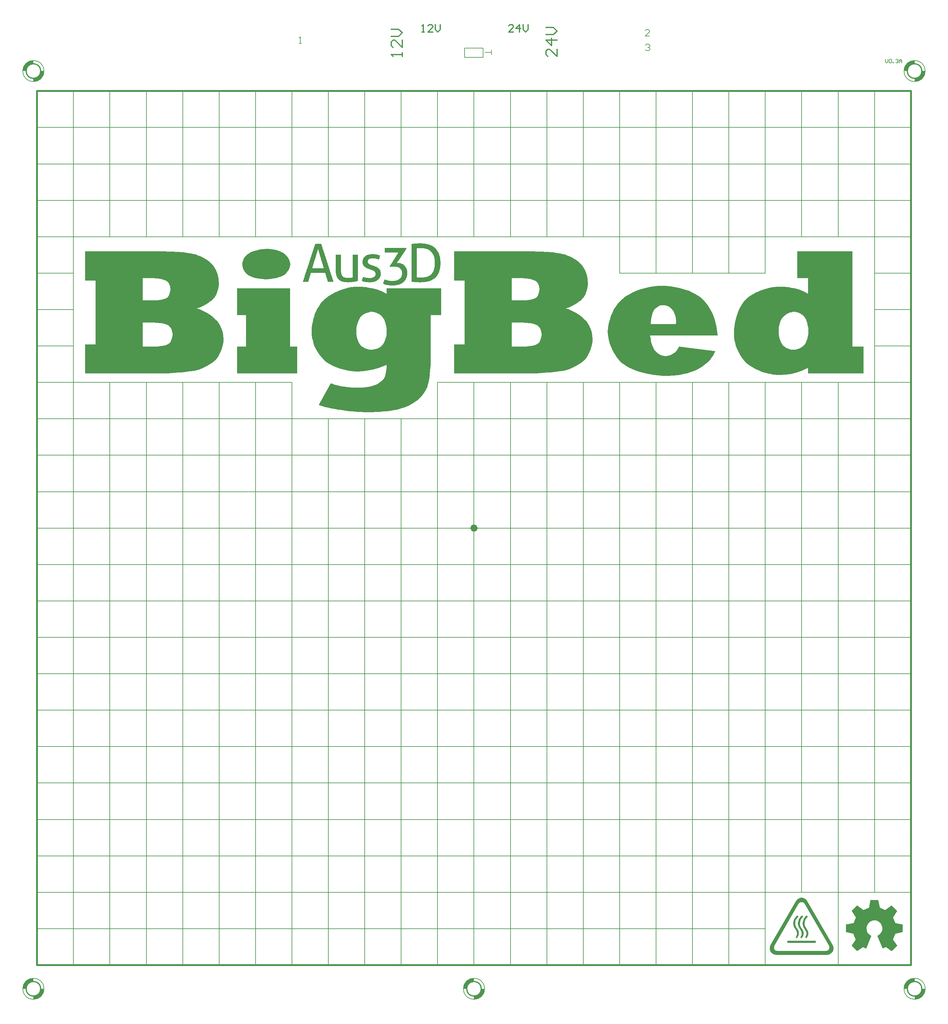
<source format=gto>
G04 Layer_Color=65535*
%FSLAX44Y44*%
%MOMM*%
G71*
G01*
G75*
%ADD23C,1.0000*%
%ADD24C,0.3000*%
%ADD25C,0.1500*%
%ADD26C,0.2000*%
%ADD27C,0.5000*%
G36*
X1056050Y-418279D02*
X1057250Y-418346D01*
X1058649Y-418412D01*
X1060182Y-418479D01*
X1061849Y-418612D01*
X1063648Y-418812D01*
X1065581Y-419079D01*
X1067514Y-419345D01*
X1069580Y-419679D01*
X1071580Y-420079D01*
X1073646Y-420545D01*
X1075645Y-421078D01*
X1077578Y-421678D01*
X1077711Y-421745D01*
X1078045Y-421811D01*
X1078578Y-422011D01*
X1079244Y-422345D01*
X1080111Y-422678D01*
X1081177Y-423144D01*
X1082243Y-423611D01*
X1083510Y-424211D01*
X1084776Y-424944D01*
X1086176Y-425677D01*
X1087575Y-426544D01*
X1088975Y-427477D01*
X1090441Y-428476D01*
X1091841Y-429543D01*
X1093174Y-430742D01*
X1094507Y-432009D01*
X1094574Y-432076D01*
X1094773Y-432342D01*
X1095173Y-432742D01*
X1095640Y-433275D01*
X1096173Y-433942D01*
X1096840Y-434741D01*
X1097506Y-435675D01*
X1098306Y-436741D01*
X1099106Y-437941D01*
X1099972Y-439207D01*
X1100772Y-440607D01*
X1101638Y-442073D01*
X1102438Y-443672D01*
X1103238Y-445339D01*
X1103971Y-447072D01*
X1104638Y-448871D01*
X1104704Y-449005D01*
X1104771Y-449338D01*
X1104971Y-449871D01*
X1105171Y-450604D01*
X1105437Y-451537D01*
X1105704Y-452670D01*
X1106037Y-454003D01*
X1106371Y-455470D01*
X1106637Y-457069D01*
X1106970Y-458802D01*
X1107237Y-460735D01*
X1107504Y-462734D01*
X1107704Y-464867D01*
X1107904Y-467066D01*
X1107970Y-469399D01*
X1108037Y-471799D01*
Y-471865D01*
Y-471932D01*
Y-472132D01*
Y-472398D01*
Y-472732D01*
Y-473132D01*
X1107970Y-474065D01*
X1107904Y-475264D01*
X1107837Y-476597D01*
X1107770Y-478130D01*
X1107637Y-479797D01*
X1107437Y-481596D01*
X1107170Y-483529D01*
X1106904Y-485462D01*
X1106571Y-487461D01*
X1106171Y-489461D01*
X1105704Y-491460D01*
X1105171Y-493460D01*
X1104571Y-495393D01*
X1104504Y-495526D01*
X1104438Y-495859D01*
X1104238Y-496392D01*
X1103904Y-497059D01*
X1103571Y-497925D01*
X1103105Y-498925D01*
X1102571Y-500058D01*
X1101972Y-501258D01*
X1101305Y-502524D01*
X1100505Y-503857D01*
X1099639Y-505257D01*
X1098706Y-506656D01*
X1097706Y-508056D01*
X1096640Y-509389D01*
X1095440Y-510722D01*
X1094174Y-511988D01*
X1094107Y-512055D01*
X1093840Y-512255D01*
X1093507Y-512588D01*
X1092974Y-513055D01*
X1092308Y-513588D01*
X1091508Y-514254D01*
X1090575Y-514921D01*
X1089508Y-515721D01*
X1088308Y-516454D01*
X1087042Y-517320D01*
X1085642Y-518120D01*
X1084110Y-518920D01*
X1082510Y-519720D01*
X1080777Y-520519D01*
X1078978Y-521186D01*
X1077111Y-521852D01*
X1076978Y-521919D01*
X1076645Y-521986D01*
X1076045Y-522119D01*
X1075312Y-522386D01*
X1074312Y-522586D01*
X1073112Y-522852D01*
X1071779Y-523186D01*
X1070247Y-523452D01*
X1068580Y-523785D01*
X1066714Y-524052D01*
X1064781Y-524385D01*
X1062648Y-524585D01*
X1060449Y-524785D01*
X1058116Y-524985D01*
X1055717Y-525052D01*
X1053184Y-525118D01*
X1048919D01*
X1047719Y-525052D01*
X1045853D01*
X1045186Y-524985D01*
X1044320Y-524918D01*
X1043320Y-524852D01*
X1042187Y-524785D01*
X1040987Y-524718D01*
X1039788Y-524585D01*
X1039454D01*
X1039254Y-524519D01*
X1038588Y-524452D01*
X1037788Y-524385D01*
X1036855Y-524319D01*
X1035789Y-524252D01*
X1033656Y-524052D01*
X1033522D01*
X1033189Y-523985D01*
X1032589Y-523919D01*
X1031923Y-523852D01*
X1031057Y-523785D01*
X1030190Y-523652D01*
X1028324Y-523385D01*
Y-523319D01*
Y-523186D01*
Y-522985D01*
Y-522719D01*
Y-522319D01*
Y-521852D01*
Y-521386D01*
Y-520786D01*
Y-519453D01*
Y-517854D01*
Y-516121D01*
Y-514188D01*
Y-512122D01*
Y-509922D01*
Y-507656D01*
Y-505390D01*
Y-500725D01*
Y-498459D01*
Y-496259D01*
Y-496192D01*
Y-496126D01*
Y-495726D01*
Y-495126D01*
Y-494326D01*
Y-493260D01*
Y-492127D01*
Y-490794D01*
Y-489328D01*
Y-487794D01*
Y-486195D01*
Y-482796D01*
Y-479397D01*
Y-477664D01*
Y-476064D01*
Y-475998D01*
Y-475798D01*
Y-475398D01*
Y-474931D01*
Y-474331D01*
Y-473665D01*
Y-472932D01*
Y-472065D01*
Y-470266D01*
Y-468333D01*
Y-466267D01*
Y-464334D01*
Y-464267D01*
Y-464134D01*
Y-463867D01*
Y-463467D01*
Y-463068D01*
Y-462534D01*
Y-461335D01*
Y-459935D01*
Y-458469D01*
Y-457002D01*
Y-455536D01*
Y-455403D01*
Y-455136D01*
Y-454670D01*
Y-454070D01*
Y-453403D01*
Y-452670D01*
Y-451204D01*
Y-451137D01*
Y-450871D01*
Y-450537D01*
Y-450071D01*
Y-449538D01*
Y-449005D01*
Y-447805D01*
Y-447738D01*
Y-447538D01*
Y-447205D01*
Y-446872D01*
Y-445939D01*
Y-445005D01*
Y-444939D01*
Y-444805D01*
Y-444539D01*
Y-444272D01*
Y-443539D01*
Y-442739D01*
Y-442673D01*
Y-442606D01*
Y-442206D01*
Y-441606D01*
Y-440807D01*
Y-439940D01*
Y-439007D01*
Y-438074D01*
Y-437141D01*
Y-437007D01*
Y-436674D01*
Y-436141D01*
Y-435341D01*
Y-434342D01*
Y-433142D01*
Y-431742D01*
Y-430076D01*
Y-430009D01*
Y-429743D01*
Y-429343D01*
Y-428810D01*
Y-428143D01*
Y-427343D01*
Y-426544D01*
Y-425611D01*
Y-425477D01*
Y-425144D01*
Y-424677D01*
Y-423944D01*
Y-423078D01*
Y-422078D01*
Y-420945D01*
Y-419745D01*
X1029124D01*
X1029457Y-419679D01*
X1029990Y-419612D01*
X1030657Y-419545D01*
X1031523Y-419479D01*
X1032390Y-419412D01*
X1034322Y-419212D01*
X1034456D01*
X1034789Y-419145D01*
X1035322Y-419079D01*
X1035989Y-419012D01*
X1036855Y-418946D01*
X1037855Y-418879D01*
X1038988Y-418745D01*
X1040188Y-418679D01*
X1040521D01*
X1040787Y-418612D01*
X1041454D01*
X1042387Y-418546D01*
X1043387Y-418479D01*
X1044586Y-418412D01*
X1045853Y-418346D01*
X1047119Y-418279D01*
X1048319D01*
X1049185Y-418212D01*
X1055117D01*
X1056050Y-418279D01*
D02*
G37*
G36*
X640827Y-433699D02*
X647593Y-434666D01*
X654843Y-436115D01*
X662576Y-438532D01*
X670309Y-441432D01*
X677558Y-445298D01*
X678525Y-445782D01*
X680458Y-447715D01*
X683358Y-450132D01*
X686741Y-453515D01*
X689641Y-458348D01*
X692541Y-463181D01*
X694474Y-468981D01*
X695441Y-475264D01*
Y-476230D01*
X694958Y-478647D01*
X694474Y-482030D01*
X693024Y-486380D01*
X691091Y-491213D01*
X687708Y-496046D01*
X683358Y-501362D01*
X677075Y-505712D01*
X676108Y-506196D01*
X673692Y-507646D01*
X669825Y-509095D01*
X664026Y-511029D01*
X657259Y-513445D01*
X649526Y-514895D01*
X640343Y-516345D01*
X630194Y-516828D01*
X625361D01*
X620044Y-516345D01*
X613278Y-515379D01*
X605545Y-514412D01*
X597812Y-512479D01*
X589596Y-510062D01*
X582346Y-506679D01*
X581379Y-506196D01*
X579446Y-504746D01*
X576546Y-502329D01*
X573163Y-498946D01*
X569297Y-494596D01*
X566397Y-489280D01*
X564464Y-482997D01*
X563497Y-475747D01*
Y-474780D01*
X563980Y-472364D01*
X564464Y-468981D01*
X565913Y-464631D01*
X568330Y-459798D01*
X571713Y-454481D01*
X576546Y-449648D01*
X582829Y-444815D01*
X583796Y-444332D01*
X586213Y-442882D01*
X590562Y-440949D01*
X595879Y-439015D01*
X603128Y-437082D01*
X611345Y-435149D01*
X620528Y-433699D01*
X630677Y-433216D01*
X635510D01*
X640827Y-433699D01*
D02*
G37*
G36*
X2239137Y-701937D02*
X2269585D01*
Y-775400D01*
X2117342D01*
Y-759934D01*
X2116859D01*
X2115892Y-760901D01*
X2113959Y-761867D01*
X2111543Y-762834D01*
X2108159Y-764284D01*
X2104293Y-766217D01*
X2099943Y-768150D01*
X2095110Y-769600D01*
X2089794Y-771534D01*
X2083511Y-773467D01*
X2070461Y-776850D01*
X2055479Y-778783D01*
X2039529Y-779750D01*
X2034696D01*
X2031313Y-779267D01*
X2026963Y-778783D01*
X2021647Y-778300D01*
X2016330Y-777333D01*
X2010047Y-775883D01*
X1996031Y-772500D01*
X1988782Y-770084D01*
X1981532Y-767184D01*
X1973799Y-763801D01*
X1966549Y-759451D01*
X1958816Y-755101D01*
X1951567Y-749784D01*
X1951083Y-749301D01*
X1950117Y-748335D01*
X1948183Y-746401D01*
X1945767Y-743985D01*
X1942867Y-741085D01*
X1939484Y-737218D01*
X1936101Y-732869D01*
X1932717Y-727552D01*
X1929334Y-721752D01*
X1925951Y-715469D01*
X1922568Y-708220D01*
X1919668Y-700487D01*
X1917251Y-692271D01*
X1915318Y-683088D01*
X1914352Y-673421D01*
X1913868Y-663272D01*
Y-662788D01*
Y-660372D01*
X1914352Y-657472D01*
Y-653122D01*
X1914835Y-648289D01*
X1915802Y-642489D01*
X1916768Y-635723D01*
X1918218Y-628957D01*
X1920151Y-621707D01*
X1922568Y-613974D01*
X1924984Y-606241D01*
X1928368Y-598508D01*
X1932717Y-590775D01*
X1937067Y-583526D01*
X1942384Y-576276D01*
X1948667Y-569993D01*
X1949150Y-569509D01*
X1950117Y-568543D01*
X1952533Y-567093D01*
X1954950Y-564676D01*
X1958816Y-562260D01*
X1963166Y-559360D01*
X1967999Y-556460D01*
X1973799Y-553560D01*
X1980082Y-550660D01*
X1987332Y-547277D01*
X1995065Y-544861D01*
X2003764Y-542444D01*
X2012464Y-540027D01*
X2022130Y-538577D01*
X2032763Y-537611D01*
X2043396Y-537128D01*
X2047746D01*
X2050645Y-537611D01*
X2054512D01*
X2058862Y-538094D01*
X2063695Y-538577D01*
X2069011Y-539544D01*
X2080611Y-541961D01*
X2093177Y-545344D01*
X2105260Y-550177D01*
X2117342Y-556460D01*
Y-513929D01*
X2087860D01*
Y-439982D01*
X2239137D01*
Y-701937D01*
D02*
G37*
G36*
X875296Y-448938D02*
X875896Y-449005D01*
X877029D01*
X877696Y-449071D01*
X878029D01*
X878296Y-449138D01*
X878895D01*
X879562Y-449204D01*
X879695D01*
X880095Y-449271D01*
X880628Y-449338D01*
X881228Y-449471D01*
Y-449604D01*
Y-449938D01*
Y-450537D01*
Y-451270D01*
Y-452204D01*
Y-453337D01*
Y-454536D01*
Y-455869D01*
Y-457269D01*
Y-458802D01*
Y-461935D01*
Y-465134D01*
Y-468266D01*
Y-468333D01*
Y-468599D01*
Y-469066D01*
Y-469599D01*
Y-470266D01*
Y-471132D01*
Y-471999D01*
Y-472998D01*
Y-474065D01*
Y-475131D01*
Y-477464D01*
Y-479797D01*
Y-482063D01*
Y-482129D01*
Y-482263D01*
Y-482529D01*
Y-482863D01*
Y-483262D01*
Y-483729D01*
Y-484862D01*
Y-486128D01*
Y-487528D01*
Y-488928D01*
Y-490327D01*
Y-490394D01*
Y-490461D01*
Y-490661D01*
Y-490927D01*
Y-491527D01*
Y-492393D01*
Y-493326D01*
Y-494326D01*
Y-495393D01*
Y-496392D01*
Y-496459D01*
Y-496659D01*
Y-496992D01*
Y-497325D01*
Y-498325D01*
Y-499325D01*
Y-499392D01*
Y-499525D01*
Y-499791D01*
Y-500125D01*
Y-500924D01*
Y-501724D01*
Y-501791D01*
Y-501924D01*
Y-502124D01*
Y-502391D01*
Y-502991D01*
Y-503657D01*
Y-503724D01*
Y-503790D01*
Y-504124D01*
Y-504657D01*
Y-505257D01*
Y-505323D01*
Y-505590D01*
Y-506057D01*
Y-506523D01*
Y-507123D01*
Y-507789D01*
Y-509056D01*
Y-509122D01*
Y-509389D01*
Y-509722D01*
Y-510322D01*
Y-510989D01*
Y-511855D01*
Y-512855D01*
Y-513988D01*
Y-514054D01*
Y-514188D01*
Y-514521D01*
Y-514854D01*
Y-515321D01*
Y-515854D01*
Y-517054D01*
Y-517120D01*
Y-517387D01*
Y-517720D01*
Y-518253D01*
Y-518853D01*
Y-519520D01*
Y-520320D01*
Y-521119D01*
X881095D01*
X880762Y-521253D01*
X880295Y-521386D01*
X879629Y-521519D01*
X878762Y-521719D01*
X877829Y-521986D01*
X876829Y-522252D01*
X875763Y-522519D01*
X875630D01*
X875230Y-522652D01*
X874630Y-522786D01*
X873764Y-522919D01*
X872830Y-523119D01*
X871697Y-523385D01*
X870498Y-523585D01*
X869165Y-523852D01*
X869031D01*
X868831Y-523919D01*
X868565D01*
X867898Y-524052D01*
X866965Y-524185D01*
X865899Y-524385D01*
X864699Y-524519D01*
X863433Y-524718D01*
X862100Y-524852D01*
X861767D01*
X861500Y-524918D01*
X860767D01*
X859834Y-524985D01*
X858701Y-525052D01*
X857501D01*
X856168Y-525118D01*
X853502D01*
X852569Y-525052D01*
X851503D01*
X850369Y-524985D01*
X849103Y-524918D01*
X847837Y-524852D01*
X847703D01*
X847504Y-524785D01*
X847304D01*
X846637Y-524718D01*
X845837Y-524585D01*
X844837Y-524452D01*
X843705Y-524319D01*
X842571Y-524119D01*
X841372Y-523919D01*
X841238D01*
X840839Y-523785D01*
X840239Y-523652D01*
X839506Y-523452D01*
X838572Y-523186D01*
X837573Y-522852D01*
X835440Y-522052D01*
X835307Y-521986D01*
X834973Y-521852D01*
X834440Y-521519D01*
X833774Y-521186D01*
X832974Y-520719D01*
X832107Y-520186D01*
X831241Y-519586D01*
X830308Y-518920D01*
X830175Y-518853D01*
X829908Y-518587D01*
X829442Y-518187D01*
X828908Y-517654D01*
X828242Y-516987D01*
X827575Y-516187D01*
X826842Y-515321D01*
X826109Y-514388D01*
X826042Y-514254D01*
X825776Y-513921D01*
X825443Y-513388D01*
X824976Y-512655D01*
X824443Y-511788D01*
X823910Y-510789D01*
X823376Y-509589D01*
X822843Y-508389D01*
Y-508323D01*
X822776Y-508256D01*
X822710Y-508056D01*
X822643Y-507789D01*
X822377Y-507056D01*
X822110Y-506123D01*
X821777Y-504990D01*
X821443Y-503657D01*
X821110Y-502124D01*
X820844Y-500525D01*
Y-500458D01*
Y-500325D01*
X820777Y-500058D01*
X820710Y-499725D01*
X820644Y-499325D01*
Y-498858D01*
X820577Y-498259D01*
X820510Y-497592D01*
X820377Y-496126D01*
X820244Y-494459D01*
X820177Y-492593D01*
X820110Y-490527D01*
Y-490461D01*
Y-490261D01*
Y-489927D01*
Y-489461D01*
Y-488928D01*
Y-488328D01*
Y-487595D01*
Y-486861D01*
Y-485195D01*
Y-483329D01*
Y-481530D01*
Y-479730D01*
Y-479663D01*
Y-479530D01*
Y-479263D01*
Y-478997D01*
Y-478597D01*
Y-478130D01*
Y-477064D01*
Y-475798D01*
Y-474465D01*
Y-473132D01*
Y-471799D01*
Y-471665D01*
Y-471332D01*
Y-470866D01*
Y-470266D01*
Y-469533D01*
Y-468733D01*
Y-467133D01*
Y-467066D01*
Y-466800D01*
Y-466467D01*
Y-466000D01*
Y-465467D01*
Y-464867D01*
Y-463667D01*
Y-463601D01*
Y-463467D01*
Y-463201D01*
Y-462934D01*
Y-462134D01*
Y-461135D01*
Y-460135D01*
Y-459202D01*
Y-458402D01*
Y-458069D01*
Y-457802D01*
Y-457736D01*
Y-457602D01*
Y-457269D01*
Y-456869D01*
Y-456269D01*
Y-455536D01*
Y-454603D01*
Y-453537D01*
Y-453470D01*
Y-453403D01*
Y-453070D01*
Y-452470D01*
Y-451804D01*
Y-451737D01*
Y-451604D01*
Y-451404D01*
Y-451137D01*
Y-450404D01*
Y-449471D01*
X820311D01*
X820644Y-449404D01*
X821044Y-449338D01*
X821510D01*
X822110Y-449271D01*
X822843Y-449138D01*
X823710Y-449071D01*
X824109D01*
X824376Y-449005D01*
X825709D01*
X826109Y-448938D01*
X826642Y-448871D01*
X827709D01*
X828242Y-448938D01*
X828842Y-449005D01*
X830108D01*
X830841Y-449071D01*
X830974D01*
X831441Y-449138D01*
X832041D01*
X832707Y-449204D01*
X832841D01*
X833241Y-449271D01*
X833774Y-449338D01*
X834440Y-449471D01*
Y-449538D01*
Y-449738D01*
Y-450071D01*
Y-450471D01*
Y-451004D01*
Y-451604D01*
Y-452337D01*
Y-453070D01*
Y-454736D01*
Y-456536D01*
Y-458335D01*
Y-460135D01*
Y-460202D01*
Y-460335D01*
Y-460535D01*
Y-460868D01*
Y-461268D01*
Y-461735D01*
Y-462801D01*
Y-464001D01*
Y-465334D01*
Y-466667D01*
Y-468000D01*
Y-468133D01*
Y-468400D01*
Y-468933D01*
Y-469533D01*
Y-470199D01*
Y-470999D01*
Y-472532D01*
Y-472598D01*
Y-472865D01*
Y-473198D01*
Y-473665D01*
Y-474198D01*
Y-474798D01*
Y-475931D01*
Y-475998D01*
Y-476131D01*
Y-476397D01*
Y-476664D01*
Y-477464D01*
Y-478397D01*
Y-479397D01*
Y-480330D01*
Y-481130D01*
Y-481463D01*
Y-481729D01*
Y-481796D01*
Y-481929D01*
Y-482263D01*
Y-482663D01*
Y-483262D01*
Y-483929D01*
Y-484795D01*
Y-485862D01*
Y-485928D01*
Y-485995D01*
Y-486395D01*
Y-486928D01*
Y-487661D01*
Y-487728D01*
Y-487861D01*
Y-488061D01*
Y-488328D01*
Y-489061D01*
Y-489994D01*
Y-490061D01*
Y-490127D01*
Y-490327D01*
Y-490594D01*
Y-491194D01*
X834507Y-492060D01*
Y-493060D01*
X834574Y-494126D01*
X834707Y-496326D01*
Y-496459D01*
X834773Y-496792D01*
X834840Y-497325D01*
X834973Y-497992D01*
X835107Y-498792D01*
X835240Y-499658D01*
X835706Y-501391D01*
Y-501524D01*
X835840Y-501791D01*
X835973Y-502191D01*
X836106Y-502791D01*
X836373Y-503391D01*
X836640Y-504057D01*
X837306Y-505457D01*
X837373Y-505523D01*
X837506Y-505723D01*
X837706Y-506057D01*
X837973Y-506523D01*
X838706Y-507523D01*
X839572Y-508589D01*
X839639Y-508656D01*
X839839Y-508789D01*
X840105Y-509056D01*
X840439Y-509322D01*
X840839Y-509656D01*
X841372Y-509989D01*
X842438Y-510722D01*
X842505Y-510789D01*
X842705Y-510855D01*
X843038Y-511055D01*
X843504Y-511255D01*
X844038Y-511455D01*
X844638Y-511722D01*
X845971Y-512122D01*
X846037D01*
X846304Y-512188D01*
X846637Y-512322D01*
X847170Y-512388D01*
X847770Y-512522D01*
X848437Y-512655D01*
X849170Y-512788D01*
X849969Y-512921D01*
X850369D01*
X850769Y-512988D01*
X851369D01*
X852036Y-513055D01*
X852835D01*
X854568Y-513121D01*
X855901D01*
X856834Y-513055D01*
X857901D01*
X859034Y-512988D01*
X861367Y-512788D01*
X861500D01*
X861900Y-512721D01*
X862500Y-512588D01*
X863299Y-512455D01*
X864166Y-512322D01*
X865166Y-512122D01*
X867165Y-511588D01*
Y-511455D01*
Y-511189D01*
Y-510655D01*
Y-510056D01*
Y-509256D01*
Y-508256D01*
Y-507256D01*
Y-506057D01*
Y-504857D01*
Y-503524D01*
Y-500791D01*
Y-498059D01*
Y-495326D01*
Y-495259D01*
Y-494993D01*
Y-494659D01*
Y-494126D01*
Y-493526D01*
Y-492860D01*
Y-492060D01*
Y-491194D01*
Y-489261D01*
Y-487261D01*
Y-485195D01*
Y-483196D01*
Y-483129D01*
Y-482996D01*
Y-482796D01*
Y-482529D01*
Y-481729D01*
Y-480796D01*
Y-479663D01*
Y-478464D01*
Y-477264D01*
Y-476064D01*
Y-475998D01*
Y-475931D01*
Y-475531D01*
Y-474998D01*
Y-474265D01*
Y-473465D01*
Y-472598D01*
Y-471732D01*
Y-470866D01*
Y-470799D01*
Y-470599D01*
Y-470332D01*
Y-469999D01*
Y-469199D01*
Y-468333D01*
Y-468266D01*
Y-468133D01*
Y-467933D01*
Y-467666D01*
Y-467000D01*
Y-466267D01*
Y-466200D01*
Y-466133D01*
Y-465933D01*
Y-465667D01*
Y-465000D01*
Y-464201D01*
Y-463334D01*
Y-462468D01*
Y-461601D01*
Y-460935D01*
Y-460868D01*
Y-460602D01*
Y-460268D01*
Y-459668D01*
Y-459002D01*
Y-458069D01*
Y-456936D01*
Y-455669D01*
Y-455603D01*
Y-455470D01*
Y-455203D01*
Y-454870D01*
Y-454470D01*
Y-454003D01*
Y-453003D01*
Y-452937D01*
Y-452737D01*
Y-452404D01*
Y-452004D01*
Y-451470D01*
Y-450871D01*
Y-450204D01*
Y-449471D01*
X867298D01*
X867632Y-449404D01*
X868165Y-449271D01*
X868831Y-449204D01*
X868965D01*
X869365Y-449138D01*
X869964D01*
X870698Y-449071D01*
X870831D01*
X871297Y-449005D01*
X872630D01*
X873030Y-448938D01*
X873564Y-448871D01*
X874763D01*
X875296Y-448938D01*
D02*
G37*
G36*
X1013728Y-430542D02*
X1013928Y-430876D01*
X1014261Y-431409D01*
X1014727Y-432142D01*
Y-432209D01*
X1014594Y-432275D01*
X1014527Y-432475D01*
X1014327Y-432742D01*
X1014061Y-433142D01*
X1013794Y-433542D01*
X1013461Y-434075D01*
X1013061Y-434608D01*
X1012661Y-435275D01*
X1012128Y-436074D01*
X1011595Y-436874D01*
X1010995Y-437741D01*
X1010395Y-438740D01*
X1009662Y-439807D01*
X1008929Y-440940D01*
X1008129Y-442140D01*
X1007263Y-443406D01*
X1006396Y-444805D01*
X1005463Y-446205D01*
X1004463Y-447738D01*
X1003397Y-449338D01*
X1002264Y-451004D01*
X1001131Y-452803D01*
X999931Y-454603D01*
X998665Y-456536D01*
X997332Y-458535D01*
X995999Y-460602D01*
X994599Y-462734D01*
X993133Y-464934D01*
X991600Y-467200D01*
X990000Y-469599D01*
X988401Y-472065D01*
X988467D01*
X988601Y-471999D01*
X988934Y-471932D01*
X991800D01*
X992666Y-471999D01*
X993666Y-472065D01*
X994733Y-472198D01*
X996932Y-472532D01*
X997065D01*
X997465Y-472665D01*
X997998Y-472798D01*
X998732Y-472998D01*
X999531Y-473198D01*
X1000464Y-473531D01*
X1002397Y-474265D01*
X1002531Y-474331D01*
X1002797Y-474465D01*
X1003264Y-474731D01*
X1003864Y-475065D01*
X1004597Y-475464D01*
X1005330Y-475931D01*
X1006863Y-476997D01*
X1006929Y-477064D01*
X1007196Y-477264D01*
X1007596Y-477597D01*
X1008129Y-478064D01*
X1008662Y-478530D01*
X1009262Y-479130D01*
X1010528Y-480530D01*
X1010595Y-480596D01*
X1010795Y-480863D01*
X1011128Y-481196D01*
X1011461Y-481729D01*
X1011928Y-482263D01*
X1012395Y-482996D01*
X1012861Y-483729D01*
X1013328Y-484529D01*
X1013394Y-484595D01*
X1013528Y-484929D01*
X1013728Y-485328D01*
X1014061Y-485862D01*
X1014394Y-486528D01*
X1014727Y-487328D01*
X1015394Y-488994D01*
X1015461Y-489128D01*
X1015527Y-489394D01*
X1015660Y-489861D01*
X1015860Y-490461D01*
X1016060Y-491127D01*
X1016260Y-491927D01*
X1016593Y-493660D01*
Y-493726D01*
X1016660Y-494060D01*
X1016727Y-494526D01*
X1016794Y-495059D01*
X1016860Y-495793D01*
X1016927Y-496526D01*
X1016993Y-498259D01*
Y-498325D01*
Y-498459D01*
Y-498725D01*
Y-499058D01*
Y-499458D01*
X1016927Y-499925D01*
Y-501058D01*
X1016794Y-502391D01*
X1016660Y-503857D01*
X1016460Y-505323D01*
X1016194Y-506856D01*
Y-506923D01*
X1016127Y-507056D01*
Y-507256D01*
X1016060Y-507523D01*
X1015927Y-507856D01*
X1015860Y-508323D01*
X1015594Y-509256D01*
X1015194Y-510389D01*
X1014794Y-511655D01*
X1014327Y-512988D01*
X1013728Y-514254D01*
Y-514321D01*
X1013661Y-514388D01*
X1013594Y-514588D01*
X1013461Y-514788D01*
X1013061Y-515454D01*
X1012661Y-516254D01*
X1012061Y-517187D01*
X1011461Y-518253D01*
X1010728Y-519320D01*
X1009995Y-520386D01*
X1009929Y-520519D01*
X1009595Y-520853D01*
X1009129Y-521386D01*
X1008529Y-522052D01*
X1007796Y-522786D01*
X1006996Y-523585D01*
X1006063Y-524452D01*
X1005063Y-525318D01*
X1004930Y-525385D01*
X1004597Y-525718D01*
X1003997Y-526118D01*
X1003264Y-526651D01*
X1002330Y-527251D01*
X1001331Y-527918D01*
X1000198Y-528584D01*
X999065Y-529184D01*
X998998D01*
X998931Y-529251D01*
X998732Y-529317D01*
X998531Y-529450D01*
X997865Y-529717D01*
X996999Y-530117D01*
X995932Y-530517D01*
X994733Y-530984D01*
X993466Y-531450D01*
X992133Y-531850D01*
X992066D01*
X992000Y-531917D01*
X991800D01*
X991533Y-531983D01*
X990800Y-532183D01*
X989800Y-532450D01*
X988667Y-532650D01*
X987401Y-532916D01*
X986001Y-533183D01*
X984535Y-533450D01*
X984335D01*
X984135Y-533516D01*
X983869D01*
X983469Y-533583D01*
X983069D01*
X982069Y-533649D01*
X980869Y-533783D01*
X979470Y-533849D01*
X978003Y-533916D01*
X975137D01*
X974271Y-533849D01*
X973205D01*
X972005Y-533783D01*
X970739Y-533716D01*
X969472Y-533649D01*
X969339D01*
X969139Y-533583D01*
X968872D01*
X968206Y-533516D01*
X967406Y-533383D01*
X966406Y-533316D01*
X965273Y-533116D01*
X962941Y-532783D01*
X962807D01*
X962407Y-532650D01*
X961741Y-532516D01*
X960941Y-532383D01*
X959941Y-532183D01*
X958875Y-531917D01*
X956609Y-531317D01*
X956542D01*
X956476Y-531250D01*
X956076Y-531117D01*
X955409Y-530984D01*
X954609Y-530717D01*
X953676Y-530384D01*
X952610Y-530050D01*
X950344Y-529184D01*
Y-529117D01*
X950411Y-528917D01*
Y-528584D01*
X950477Y-528184D01*
X950610Y-527718D01*
X950677Y-527184D01*
X950944Y-526051D01*
Y-525985D01*
X951010Y-525785D01*
X951144Y-525452D01*
X951277Y-525052D01*
X951410Y-524585D01*
X951610Y-524052D01*
X952010Y-522985D01*
Y-522919D01*
X952143Y-522719D01*
X952210Y-522452D01*
X952410Y-522052D01*
X952610Y-521586D01*
X952810Y-521053D01*
X953276Y-519986D01*
X953343Y-519920D01*
X953410Y-519720D01*
X953543Y-519453D01*
X953743Y-519053D01*
X953943Y-518653D01*
X954210Y-518120D01*
X954809Y-517054D01*
X954943Y-517120D01*
X955209Y-517187D01*
X955676Y-517387D01*
X956276Y-517587D01*
X957009Y-517854D01*
X957809Y-518120D01*
X959541Y-518720D01*
X959675D01*
X959941Y-518853D01*
X960408Y-518987D01*
X961074Y-519187D01*
X961808Y-519386D01*
X962607Y-519586D01*
X964474Y-520120D01*
X964607D01*
X964940Y-520186D01*
X965407Y-520320D01*
X966073Y-520453D01*
X966940Y-520586D01*
X967806Y-520719D01*
X968806Y-520853D01*
X969872Y-520986D01*
X970005D01*
X970405Y-521053D01*
X970939D01*
X971738Y-521119D01*
X972672Y-521186D01*
X973671D01*
X974804Y-521253D01*
X977004D01*
X977737Y-521186D01*
X978537D01*
X979470Y-521119D01*
X981336Y-520986D01*
X981469D01*
X981803Y-520919D01*
X982269Y-520853D01*
X982935Y-520719D01*
X983669Y-520653D01*
X984535Y-520453D01*
X986335Y-520120D01*
X986468D01*
X986734Y-519986D01*
X987201Y-519853D01*
X987801Y-519653D01*
X988534Y-519453D01*
X989267Y-519187D01*
X990800Y-518587D01*
X990867Y-518520D01*
X991133Y-518387D01*
X991600Y-518187D01*
X992066Y-517920D01*
X992666Y-517654D01*
X993333Y-517254D01*
X994666Y-516321D01*
X994733Y-516254D01*
X994999Y-516121D01*
X995332Y-515854D01*
X995732Y-515454D01*
X996265Y-515054D01*
X996799Y-514521D01*
X997865Y-513321D01*
X997932Y-513255D01*
X998132Y-513055D01*
X998398Y-512655D01*
X998732Y-512255D01*
X999065Y-511655D01*
X999531Y-511055D01*
X999931Y-510322D01*
X1000331Y-509589D01*
X1000398Y-509522D01*
X1000531Y-509256D01*
X1000664Y-508856D01*
X1000931Y-508256D01*
X1001198Y-507589D01*
X1001397Y-506856D01*
X1001664Y-505990D01*
X1001864Y-505123D01*
Y-504990D01*
X1001931Y-504657D01*
X1002064Y-504190D01*
X1002197Y-503457D01*
X1002264Y-502657D01*
X1002397Y-501724D01*
X1002464Y-500658D01*
Y-499591D01*
Y-499525D01*
Y-499392D01*
Y-499125D01*
Y-498858D01*
X1002397Y-498459D01*
Y-497992D01*
X1002264Y-496926D01*
X1002064Y-495726D01*
X1001797Y-494393D01*
X1001464Y-493060D01*
X1000931Y-491794D01*
Y-491727D01*
X1000864Y-491660D01*
X1000664Y-491260D01*
X1000331Y-490594D01*
X999865Y-489861D01*
X999198Y-488994D01*
X998465Y-488061D01*
X997598Y-487195D01*
X996532Y-486328D01*
X996399Y-486262D01*
X995999Y-485995D01*
X995332Y-485595D01*
X994532Y-485129D01*
X993533Y-484595D01*
X992333Y-484062D01*
X991067Y-483529D01*
X989667Y-483062D01*
X989601D01*
X989467Y-482996D01*
X989267Y-482929D01*
X989001Y-482863D01*
X988601Y-482796D01*
X988201Y-482729D01*
X987134Y-482529D01*
X985868Y-482329D01*
X984402Y-482129D01*
X982802Y-482063D01*
X981069Y-481996D01*
X979203D01*
X978137Y-482063D01*
X977604D01*
X977204Y-482129D01*
X976337D01*
X975271Y-482196D01*
X975004D01*
X974738Y-482263D01*
X974338D01*
X973871Y-482329D01*
X973405Y-482396D01*
X972272Y-482596D01*
X972205D01*
X972005Y-482663D01*
X971738D01*
X971339Y-482729D01*
X970472Y-482929D01*
X969406Y-483129D01*
X969339Y-483062D01*
X969272Y-482929D01*
X969139Y-482663D01*
X968939Y-482396D01*
X968806Y-482129D01*
X968672Y-481929D01*
X968539Y-481796D01*
Y-481729D01*
Y-481663D01*
X968406Y-481530D01*
X968206Y-481196D01*
Y-481130D01*
X968273Y-481063D01*
X968406Y-480863D01*
X968606Y-480596D01*
X968806Y-480263D01*
X969072Y-479863D01*
X969339Y-479397D01*
X969739Y-478797D01*
X970139Y-478197D01*
X970539Y-477464D01*
X971072Y-476731D01*
X971605Y-475864D01*
X972205Y-474931D01*
X972805Y-473931D01*
X973538Y-472865D01*
X974271Y-471732D01*
X975004Y-470466D01*
X975871Y-469199D01*
X976737Y-467800D01*
X977604Y-466400D01*
X978603Y-464867D01*
X979603Y-463268D01*
X980669Y-461601D01*
X981736Y-459868D01*
X982935Y-458069D01*
X984135Y-456136D01*
X985335Y-454203D01*
X986668Y-452137D01*
X988001Y-450071D01*
X989334Y-447871D01*
X990800Y-445605D01*
X992266Y-443273D01*
X955276D01*
Y-443206D01*
X955209Y-443006D01*
X955143Y-442739D01*
X955076Y-442340D01*
X955009Y-441940D01*
X954943Y-441406D01*
X954809Y-440340D01*
Y-440273D01*
Y-440073D01*
X954743Y-439740D01*
Y-439340D01*
Y-438807D01*
X954676Y-438274D01*
Y-437074D01*
Y-437007D01*
Y-436941D01*
Y-436541D01*
Y-436074D01*
Y-435475D01*
Y-435408D01*
Y-435341D01*
X954743Y-434941D01*
Y-434408D01*
X954809Y-433742D01*
Y-433675D01*
Y-433608D01*
X954876Y-433209D01*
Y-432675D01*
X954943Y-432076D01*
Y-432009D01*
X955009Y-431942D01*
X955076Y-431542D01*
X955143Y-431009D01*
X955276Y-430476D01*
X1013661D01*
X1013728Y-430542D01*
D02*
G37*
G36*
X774256Y-419279D02*
X775589D01*
X776388Y-419345D01*
X776788D01*
X777122Y-419412D01*
X777788D01*
X778588Y-419479D01*
X778721D01*
X778921Y-419545D01*
X779188D01*
X779854Y-419612D01*
X780587Y-419745D01*
Y-419812D01*
X780654Y-419945D01*
X780721Y-420145D01*
X780787Y-420412D01*
X780921Y-420812D01*
X781054Y-421278D01*
X781254Y-421745D01*
X781454Y-422345D01*
X781854Y-423744D01*
X782387Y-425277D01*
X782920Y-427077D01*
X783587Y-429010D01*
X784253Y-431076D01*
X784920Y-433209D01*
X785653Y-435475D01*
X786386Y-437807D01*
X787919Y-442406D01*
X788652Y-444739D01*
X789385Y-446938D01*
X789452Y-447072D01*
X789585Y-447472D01*
X789718Y-448071D01*
X789985Y-448871D01*
X790318Y-449871D01*
X790718Y-451071D01*
X791118Y-452337D01*
X791584Y-453803D01*
X792118Y-455336D01*
X792651Y-456936D01*
X793717Y-460335D01*
X794850Y-463734D01*
X795384Y-465400D01*
X795917Y-467066D01*
Y-467133D01*
X795983Y-467333D01*
X796117Y-467733D01*
X796317Y-468200D01*
X796450Y-468799D01*
X796717Y-469466D01*
X796983Y-470199D01*
X797250Y-471065D01*
X797850Y-472932D01*
X798449Y-474865D01*
X799116Y-476931D01*
X799782Y-478863D01*
Y-478930D01*
X799849Y-479063D01*
X799916Y-479330D01*
X800049Y-479730D01*
X800182Y-480130D01*
X800382Y-480663D01*
X800715Y-481863D01*
X801182Y-483262D01*
X801649Y-484729D01*
X802115Y-486195D01*
X802582Y-487661D01*
X802648Y-487794D01*
X802715Y-488061D01*
X802848Y-488528D01*
X803048Y-489061D01*
X803248Y-489727D01*
X803515Y-490461D01*
X803981Y-491927D01*
Y-491993D01*
X804115Y-492260D01*
X804248Y-492593D01*
X804381Y-493060D01*
X804581Y-493593D01*
X804715Y-494193D01*
X805114Y-495393D01*
Y-495459D01*
X805181Y-495659D01*
X805314Y-495926D01*
X805381Y-496326D01*
X805714Y-497192D01*
X806048Y-498192D01*
Y-498259D01*
X806114Y-498392D01*
X806181Y-498658D01*
X806314Y-498925D01*
X806514Y-499658D01*
X806714Y-500458D01*
Y-500525D01*
X806781Y-500591D01*
X806914Y-500991D01*
X807114Y-501591D01*
X807381Y-502324D01*
X807647Y-503257D01*
X807980Y-504190D01*
X808247Y-505123D01*
X808580Y-506057D01*
X808647Y-506190D01*
X808713Y-506523D01*
X808913Y-507056D01*
X809180Y-507789D01*
X809447Y-508789D01*
X809846Y-509989D01*
X810380Y-511389D01*
X810913Y-513055D01*
Y-513121D01*
X811046Y-513388D01*
X811180Y-513788D01*
X811313Y-514388D01*
X811513Y-515054D01*
X811779Y-515787D01*
X812046Y-516654D01*
X812312Y-517587D01*
X812379Y-517720D01*
X812446Y-518053D01*
X812646Y-518587D01*
X812846Y-519253D01*
X813112Y-520120D01*
X813446Y-521119D01*
X813779Y-522186D01*
X814179Y-523385D01*
X814045D01*
X813645Y-523519D01*
X813112Y-523585D01*
X812379Y-523719D01*
X811979D01*
X811779Y-523785D01*
X811113D01*
X810313Y-523852D01*
X809647D01*
X808913Y-523919D01*
X807580D01*
X806914Y-523985D01*
X804914D01*
X804248Y-523919D01*
X802982D01*
X802315Y-523852D01*
X801982D01*
X801715Y-523785D01*
X801049D01*
X800382Y-523719D01*
X800249D01*
X799849Y-523652D01*
X799249Y-523519D01*
X798649Y-523385D01*
Y-523319D01*
X798583Y-523252D01*
X798516Y-523052D01*
X798449Y-522786D01*
X798250Y-522119D01*
X797983Y-521253D01*
X797716Y-520320D01*
X797383Y-519253D01*
X797050Y-518187D01*
X796717Y-517120D01*
Y-516987D01*
X796583Y-516654D01*
X796450Y-516187D01*
X796250Y-515521D01*
X796050Y-514854D01*
X795850Y-514054D01*
X795583Y-513255D01*
X795317Y-512522D01*
Y-512455D01*
X795250Y-512255D01*
X795184Y-511922D01*
X795050Y-511522D01*
X794784Y-510655D01*
X794450Y-509789D01*
Y-509722D01*
X794384Y-509589D01*
X794317Y-509389D01*
X794250Y-509056D01*
X794117Y-508389D01*
X793917Y-507723D01*
Y-507656D01*
X793851Y-507589D01*
X793784Y-507190D01*
X793584Y-506590D01*
X793384Y-505923D01*
X793184Y-505257D01*
X792984Y-504590D01*
X792784Y-504124D01*
Y-503924D01*
X792718Y-503790D01*
X792651Y-503657D01*
X792584Y-503391D01*
X792518Y-503057D01*
X792318Y-502524D01*
X792118Y-501724D01*
X791984Y-501258D01*
X791784Y-500725D01*
X791584Y-500125D01*
X791385Y-499458D01*
X751995D01*
Y-499525D01*
X751861Y-499858D01*
X751728Y-500325D01*
X751528Y-500924D01*
X751328Y-501791D01*
X750995Y-502857D01*
X750662Y-504057D01*
X750262Y-505457D01*
X749795Y-507056D01*
X749262Y-508789D01*
X748662Y-510789D01*
X748062Y-512921D01*
X747396Y-515254D01*
X746663Y-517787D01*
X745863Y-520519D01*
X744996Y-523385D01*
X744863D01*
X744663Y-523452D01*
X744397Y-523519D01*
X743797Y-523585D01*
X743064Y-523719D01*
X742930D01*
X742464Y-523785D01*
X741930D01*
X741264Y-523852D01*
X740664D01*
X740064Y-523919D01*
X738731D01*
X738131Y-523985D01*
X736199D01*
X735465Y-523919D01*
X734199D01*
X733466Y-523852D01*
X733333D01*
X732866Y-523785D01*
X732333D01*
X731666Y-523719D01*
X731533D01*
X731133Y-523652D01*
X730600Y-523519D01*
X730000Y-523385D01*
Y-523319D01*
X730067Y-523186D01*
X730134Y-522985D01*
X730200Y-522719D01*
X730333Y-522319D01*
X730467Y-521852D01*
X730667Y-521386D01*
X730867Y-520786D01*
X731267Y-519453D01*
X731800Y-517854D01*
X732400Y-516121D01*
X732999Y-514188D01*
X733666Y-512122D01*
X734399Y-509922D01*
X735132Y-507656D01*
X735865Y-505390D01*
X737398Y-500725D01*
X738131Y-498459D01*
X738865Y-496259D01*
Y-496192D01*
X738931Y-496126D01*
X739065Y-495726D01*
X739198Y-495126D01*
X739464Y-494326D01*
X739798Y-493260D01*
X740198Y-492127D01*
X740598Y-490794D01*
X741064Y-489328D01*
X741597Y-487794D01*
X742131Y-486195D01*
X743197Y-482796D01*
X744330Y-479397D01*
X744863Y-477664D01*
X745396Y-476064D01*
Y-475998D01*
X745463Y-475798D01*
X745596Y-475398D01*
X745796Y-474931D01*
X745929Y-474331D01*
X746196Y-473665D01*
X746396Y-472932D01*
X746729Y-472065D01*
X747262Y-470266D01*
X747929Y-468333D01*
X748596Y-466267D01*
X749195Y-464334D01*
Y-464267D01*
X749262Y-464134D01*
X749329Y-463867D01*
X749462Y-463467D01*
X749595Y-463068D01*
X749795Y-462534D01*
X750195Y-461335D01*
X750662Y-459935D01*
X751128Y-458469D01*
X751595Y-457002D01*
X752061Y-455536D01*
X752128Y-455403D01*
X752195Y-455136D01*
X752328Y-454670D01*
X752528Y-454070D01*
X752728Y-453403D01*
X752994Y-452670D01*
X753461Y-451204D01*
Y-451137D01*
X753594Y-450871D01*
X753727Y-450537D01*
X753861Y-450071D01*
X754061Y-449538D01*
X754194Y-449005D01*
X754594Y-447805D01*
Y-447738D01*
X754661Y-447538D01*
X754794Y-447205D01*
X754927Y-446872D01*
X755194Y-445939D01*
X755527Y-444939D01*
Y-444872D01*
X755594Y-444739D01*
X755660Y-444472D01*
X755727Y-444206D01*
X755994Y-443473D01*
X756260Y-442739D01*
Y-442673D01*
X756327Y-442606D01*
X756460Y-442206D01*
X756593Y-441606D01*
X756860Y-440807D01*
X757127Y-439940D01*
X757460Y-439007D01*
X757727Y-438074D01*
X758060Y-437141D01*
X758126Y-437007D01*
X758193Y-436674D01*
X758393Y-436141D01*
X758660Y-435341D01*
X758993Y-434342D01*
X759393Y-433142D01*
X759859Y-431742D01*
X760393Y-430076D01*
Y-430009D01*
X760526Y-429743D01*
X760659Y-429343D01*
X760792Y-428810D01*
X760992Y-428143D01*
X761259Y-427343D01*
X761525Y-426544D01*
X761792Y-425611D01*
X761859Y-425477D01*
X761925Y-425144D01*
X762125Y-424611D01*
X762392Y-423944D01*
X762659Y-423078D01*
X762992Y-422078D01*
X763325Y-420945D01*
X763725Y-419745D01*
X763858D01*
X764325Y-419679D01*
X764925Y-419545D01*
X765658Y-419479D01*
X766058D01*
X766324Y-419412D01*
X766991D01*
X767791Y-419345D01*
X768191D01*
X768457Y-419279D01*
X770390D01*
X770723Y-419212D01*
X773522D01*
X774256Y-419279D01*
D02*
G37*
G36*
X1371110Y-440465D02*
X1377393D01*
X1384643Y-440949D01*
X1399625Y-441915D01*
X1415091Y-442882D01*
X1430074Y-444815D01*
X1436840Y-445782D01*
X1443607Y-447232D01*
X1444090D01*
X1445056Y-447715D01*
X1446506Y-448198D01*
X1448923Y-448682D01*
X1451823Y-449648D01*
X1454723Y-450615D01*
X1461972Y-453515D01*
X1470189Y-457381D01*
X1478888Y-462698D01*
X1487104Y-468497D01*
X1494837Y-476230D01*
X1495804Y-477197D01*
X1497737Y-480097D01*
X1500637Y-484447D01*
X1504020Y-490730D01*
X1507404Y-497979D01*
X1510303Y-506679D01*
X1512237Y-516345D01*
X1513203Y-526978D01*
Y-527461D01*
Y-528428D01*
Y-529878D01*
X1512720Y-531811D01*
X1512237Y-536644D01*
X1511270Y-543411D01*
X1508853Y-550660D01*
X1505954Y-558393D01*
X1501604Y-565643D01*
X1495804Y-572409D01*
X1494837Y-573376D01*
X1492421Y-575309D01*
X1488555Y-578209D01*
X1483238Y-582076D01*
X1476955Y-585942D01*
X1469705Y-589809D01*
X1461006Y-593675D01*
X1451823Y-596575D01*
X1452306D01*
X1453273Y-597058D01*
X1455206Y-597542D01*
X1457623Y-598508D01*
X1460522Y-599475D01*
X1463906Y-600925D01*
X1472122Y-604791D01*
X1480822Y-609141D01*
X1490004Y-614941D01*
X1498704Y-621707D01*
X1506437Y-629440D01*
Y-629923D01*
X1507404Y-630407D01*
X1509337Y-633307D01*
X1512720Y-638140D01*
X1516103Y-644423D01*
X1519486Y-651672D01*
X1522870Y-660372D01*
X1524803Y-670038D01*
X1525769Y-680188D01*
Y-680671D01*
Y-681638D01*
Y-683571D01*
X1525286Y-685987D01*
Y-688887D01*
X1524803Y-692271D01*
X1522870Y-700004D01*
X1520453Y-709186D01*
X1516586Y-718853D01*
X1511270Y-728519D01*
X1507887Y-733352D01*
X1504020Y-737702D01*
Y-738185D01*
X1503054Y-738668D01*
X1501604Y-739635D01*
X1500154Y-741568D01*
X1495321Y-745435D01*
X1488555Y-750268D01*
X1479855Y-755101D01*
X1469705Y-760417D01*
X1457623Y-764767D01*
X1444090Y-768150D01*
X1443607D01*
X1442157Y-768634D01*
X1440223D01*
X1437323Y-769117D01*
X1433457Y-769600D01*
X1428624Y-770567D01*
X1422824Y-771050D01*
X1416541Y-771534D01*
X1409291Y-772500D01*
X1401075Y-772983D01*
X1391892Y-773467D01*
X1382226Y-774433D01*
X1371593Y-774917D01*
X1360477D01*
X1347911Y-775400D01*
X1145404D01*
Y-695654D01*
X1174402D01*
Y-520695D01*
X1145404D01*
Y-439982D01*
X1365310D01*
X1371110Y-440465D01*
D02*
G37*
G36*
X890215Y-537611D02*
X894082D01*
X898431Y-538094D01*
X903748Y-538577D01*
X909064Y-539544D01*
X921147Y-541961D01*
X934196Y-545344D01*
X947246Y-550177D01*
X959812Y-556460D01*
Y-541477D01*
X1110122D01*
Y-615424D01*
X1080640D01*
Y-743502D01*
Y-743985D01*
Y-745435D01*
Y-747368D01*
Y-750268D01*
Y-754134D01*
X1080156Y-758001D01*
X1079673Y-767667D01*
X1078707Y-778300D01*
X1077257Y-788933D01*
X1075323Y-799566D01*
X1072907Y-809232D01*
Y-809715D01*
X1072423Y-810198D01*
X1071457Y-813098D01*
X1069524Y-817448D01*
X1066624Y-822765D01*
X1062757Y-829047D01*
X1057441Y-835814D01*
X1051641Y-842580D01*
X1044391Y-848863D01*
X1043425Y-849830D01*
X1040525Y-851763D01*
X1036175Y-854663D01*
X1030376Y-858530D01*
X1023126Y-862396D01*
X1014426Y-866746D01*
X1004277Y-870129D01*
X993160Y-873512D01*
X992677D01*
X991711Y-873996D01*
X989777Y-874479D01*
X987361Y-874962D01*
X984461Y-875445D01*
X980594Y-875929D01*
X976245Y-876895D01*
X971412Y-877379D01*
X966095Y-878345D01*
X959812Y-879312D01*
X953046Y-879795D01*
X945796Y-880278D01*
X938063Y-880762D01*
X929847Y-881245D01*
X921147Y-881729D01*
X898431D01*
X892149Y-881245D01*
X885382D01*
X871366Y-880278D01*
X870399D01*
X868466Y-879795D01*
X864600D01*
X859767Y-879312D01*
X853484Y-878345D01*
X846717Y-877379D01*
X838984Y-876412D01*
X830768Y-875445D01*
X830285D01*
X828835Y-874962D01*
X826901D01*
X824485Y-874479D01*
X821102Y-873512D01*
X817235Y-873029D01*
X809019Y-871579D01*
X799836Y-869162D01*
X790170Y-867229D01*
X781470Y-864329D01*
X777120Y-863363D01*
X773737Y-861913D01*
X807086Y-802465D01*
X807569D01*
X808536Y-802949D01*
X809986Y-803432D01*
X812402Y-804399D01*
X815302Y-805365D01*
X818685Y-806332D01*
X822552Y-807299D01*
X827385Y-808265D01*
X832218Y-809715D01*
X838018Y-810682D01*
X844301Y-811648D01*
X851067Y-812615D01*
X858317Y-813582D01*
X866050Y-814065D01*
X882965Y-814548D01*
X888282D01*
X894082Y-814065D01*
X900848Y-813582D01*
X908581Y-812132D01*
X916797Y-810682D01*
X925014Y-808265D01*
X932263Y-805365D01*
X933230Y-804882D01*
X935163Y-803915D01*
X938063Y-801982D01*
X941446Y-799566D01*
X945313Y-796666D01*
X949179Y-793282D01*
X952562Y-789416D01*
X954979Y-785066D01*
Y-784583D01*
X955946Y-783133D01*
X956429Y-780233D01*
X957395Y-776367D01*
X958362Y-772017D01*
X958845Y-766217D01*
X959812Y-759451D01*
Y-751718D01*
X959329D01*
X958362Y-752684D01*
X955946Y-753168D01*
X953529Y-754618D01*
X950146Y-756068D01*
X945796Y-757517D01*
X941446Y-758967D01*
X936130Y-760901D01*
X930330Y-762834D01*
X924047Y-764284D01*
X910514Y-767184D01*
X895048Y-769117D01*
X878616Y-770084D01*
X873299D01*
X869916Y-769600D01*
X865083Y-769117D01*
X860250Y-768634D01*
X854450Y-767667D01*
X847684Y-766217D01*
X833668Y-762834D01*
X826418Y-760417D01*
X819168Y-757517D01*
X811435Y-754134D01*
X804186Y-749784D01*
X796936Y-745435D01*
X790170Y-740118D01*
X789687Y-739635D01*
X788720Y-738668D01*
X786787Y-737218D01*
X784370Y-734802D01*
X781954Y-731419D01*
X778570Y-728036D01*
X775670Y-723686D01*
X772287Y-718853D01*
X768904Y-713053D01*
X765521Y-707253D01*
X762138Y-700487D01*
X759721Y-693237D01*
X757305Y-685021D01*
X755371Y-676805D01*
X754405Y-667622D01*
X753922Y-657955D01*
Y-657472D01*
Y-655539D01*
X754405Y-652639D01*
Y-648773D01*
X754888Y-643939D01*
X755855Y-638623D01*
X757305Y-632823D01*
X758755Y-626057D01*
X760688Y-619291D01*
X763104Y-612041D01*
X766004Y-604791D01*
X769871Y-597542D01*
X774221Y-590292D01*
X779054Y-583042D01*
X784853Y-576276D01*
X791620Y-569993D01*
X792103Y-569509D01*
X793553Y-568543D01*
X795486Y-567093D01*
X798386Y-564676D01*
X802253Y-562260D01*
X806602Y-559360D01*
X811435Y-556460D01*
X817235Y-553560D01*
X823518Y-550660D01*
X830285Y-547277D01*
X838018Y-544861D01*
X846234Y-542444D01*
X854450Y-540027D01*
X863633Y-538577D01*
X873299Y-537611D01*
X882965Y-537128D01*
X887315D01*
X890215Y-537611D01*
D02*
G37*
G36*
X2310331Y-2221340D02*
Y-2222007D01*
X2314331Y-2241673D01*
Y-2242006D01*
X2314664Y-2242340D01*
X2315331Y-2242673D01*
X2328331Y-2248340D01*
X2329664D01*
X2346330Y-2236340D01*
X2346997D01*
X2347664Y-2237006D01*
X2361996Y-2250673D01*
Y-2251006D01*
Y-2251339D01*
Y-2251673D01*
Y-2252006D01*
X2350663Y-2268672D01*
Y-2269339D01*
Y-2269672D01*
Y-2270005D01*
X2356663Y-2283672D01*
Y-2284005D01*
X2356997Y-2284339D01*
X2357663Y-2284672D01*
X2376663Y-2288005D01*
X2377329D01*
X2377663Y-2288338D01*
Y-2289005D01*
Y-2308671D01*
Y-2309005D01*
X2377329Y-2309338D01*
X2376663Y-2309671D01*
X2358330Y-2313671D01*
X2357997D01*
X2357663Y-2314004D01*
X2357330Y-2314338D01*
X2350997Y-2329004D01*
Y-2329337D01*
Y-2330004D01*
Y-2330337D01*
X2361996Y-2346004D01*
Y-2346670D01*
Y-2347003D01*
X2347664Y-2361003D01*
X2347330Y-2361336D01*
X2346997D01*
X2346330Y-2361003D01*
X2331331Y-2350670D01*
X2329664D01*
X2323331Y-2354670D01*
X2322997D01*
X2322664Y-2354337D01*
X2322331Y-2354003D01*
X2307998Y-2320671D01*
Y-2320338D01*
Y-2320004D01*
X2308665Y-2319004D01*
X2310331Y-2318338D01*
X2310665Y-2318004D01*
X2310998Y-2317671D01*
X2311331Y-2317338D01*
X2311664Y-2317004D01*
X2312998Y-2316338D01*
X2314664Y-2314671D01*
X2316331Y-2312671D01*
X2318331Y-2310338D01*
X2319664Y-2307338D01*
X2320997Y-2303671D01*
X2321331Y-2299338D01*
Y-2299005D01*
Y-2297672D01*
X2320997Y-2296005D01*
X2320664Y-2294005D01*
X2319664Y-2291338D01*
X2318664Y-2288672D01*
X2316998Y-2286005D01*
X2314998Y-2283672D01*
X2314664Y-2283338D01*
X2313998Y-2282672D01*
X2312664Y-2281672D01*
X2310998Y-2280339D01*
X2308665Y-2279005D01*
X2305998Y-2278005D01*
X2302998Y-2277339D01*
X2299665Y-2277005D01*
X2298331D01*
X2296332Y-2277339D01*
X2294332Y-2277672D01*
X2291998Y-2278672D01*
X2289332Y-2279672D01*
X2286665Y-2281339D01*
X2284332Y-2283672D01*
X2283999Y-2284005D01*
X2283332Y-2284672D01*
X2282332Y-2286005D01*
X2281332Y-2288005D01*
X2279999Y-2290338D01*
X2278999Y-2293005D01*
X2278332Y-2296005D01*
X2277999Y-2299338D01*
Y-2300005D01*
Y-2301338D01*
X2278665Y-2303338D01*
X2279332Y-2306005D01*
X2280332Y-2309005D01*
X2281999Y-2312004D01*
X2284332Y-2314671D01*
X2287665Y-2317338D01*
X2287998Y-2317671D01*
X2288332Y-2318004D01*
X2288665D01*
Y-2318338D01*
X2290665Y-2319004D01*
X2290998Y-2319337D01*
Y-2320671D01*
X2277332Y-2354003D01*
X2276999Y-2354337D01*
X2275999Y-2354670D01*
X2269332Y-2350670D01*
X2267999D01*
X2252999Y-2361003D01*
X2252333Y-2361336D01*
X2251999D01*
X2251333Y-2361003D01*
X2237333Y-2347003D01*
Y-2346670D01*
Y-2346337D01*
Y-2346004D01*
X2248000Y-2330337D01*
Y-2330004D01*
Y-2329671D01*
Y-2329004D01*
X2242000Y-2314338D01*
Y-2314004D01*
X2241666Y-2313671D01*
X2241000D01*
X2222667Y-2309671D01*
X2222334D01*
X2222000Y-2309338D01*
X2221667Y-2308671D01*
Y-2289005D01*
Y-2288672D01*
Y-2288338D01*
X2222000Y-2288005D01*
X2222667D01*
X2241666Y-2284672D01*
X2242000D01*
X2242333Y-2284339D01*
X2243000Y-2283672D01*
X2248666Y-2270005D01*
Y-2269672D01*
Y-2269339D01*
Y-2269006D01*
Y-2268672D01*
X2237333Y-2252006D01*
Y-2251673D01*
Y-2251339D01*
Y-2251006D01*
Y-2250673D01*
X2251333Y-2237006D01*
X2251666Y-2236673D01*
X2252999Y-2236340D01*
X2269332Y-2248340D01*
X2270666D01*
X2283999Y-2242673D01*
X2284665D01*
X2284998Y-2242340D01*
Y-2241673D01*
X2288665Y-2222007D01*
Y-2221673D01*
Y-2221340D01*
X2288998Y-2221007D01*
X2309998D01*
X2310331Y-2221340D01*
D02*
G37*
G36*
X2102249Y-2215210D02*
X2103916Y-2215626D01*
X2105791Y-2216251D01*
X2107666Y-2217085D01*
X2109749Y-2218126D01*
X2111832Y-2219793D01*
X2112041Y-2220001D01*
X2112457Y-2220418D01*
X2113082Y-2221043D01*
X2113707Y-2221668D01*
X2113916Y-2221876D01*
X2114124Y-2222293D01*
X2115166Y-2223751D01*
X2184957Y-2344792D01*
X2185165Y-2345000D01*
X2185582Y-2345833D01*
X2185998Y-2347083D01*
X2186623Y-2348750D01*
X2187040Y-2350625D01*
X2187248Y-2352708D01*
X2187457Y-2355208D01*
X2187040Y-2357708D01*
Y-2357916D01*
X2186832Y-2358333D01*
X2186623Y-2359166D01*
X2186207Y-2360208D01*
Y-2360416D01*
X2185998Y-2360833D01*
X2185790Y-2361666D01*
X2185165Y-2362708D01*
X2184957Y-2362916D01*
X2184540Y-2363750D01*
X2183707Y-2364791D01*
X2182665Y-2366041D01*
X2181207Y-2367291D01*
X2179540Y-2368750D01*
X2177457Y-2369791D01*
X2175165Y-2370833D01*
X2174957D01*
X2174123Y-2371041D01*
X2173290Y-2371250D01*
X2172665Y-2371458D01*
X2172040D01*
X2170998Y-2371666D01*
X2028917D01*
X2027667Y-2371458D01*
X2026000Y-2371041D01*
X2023917Y-2370625D01*
X2021833Y-2369791D01*
X2019750Y-2368541D01*
X2017667Y-2366875D01*
X2017458Y-2366666D01*
X2017042Y-2366250D01*
X2016000Y-2365000D01*
X2015792Y-2364791D01*
X2015375Y-2364375D01*
X2014959Y-2363541D01*
X2014542Y-2362708D01*
X2014334D01*
X2014125Y-2362500D01*
X2013917Y-2361666D01*
X2013292Y-2360416D01*
X2012875Y-2358958D01*
X2012459Y-2357083D01*
X2012042Y-2355000D01*
Y-2352708D01*
X2012459Y-2350208D01*
Y-2350000D01*
X2012667Y-2349167D01*
X2012875Y-2348333D01*
X2013084Y-2347708D01*
Y-2347500D01*
X2013292Y-2347083D01*
X2013709Y-2346458D01*
X2014125Y-2345417D01*
X2014334Y-2345208D01*
Y-2345000D01*
X2084124Y-2224168D01*
Y-2223960D01*
X2084541Y-2223543D01*
X2084958Y-2222918D01*
X2085583Y-2222085D01*
X2087249Y-2220210D01*
X2089541Y-2218335D01*
X2089333D01*
X2089749Y-2218126D01*
X2090166Y-2217710D01*
X2090791Y-2217293D01*
X2090999Y-2217085D01*
X2091624Y-2216876D01*
X2092458Y-2216460D01*
X2093499Y-2216043D01*
X2094749Y-2215626D01*
X2096416Y-2215418D01*
X2098082Y-2215001D01*
X2100999D01*
X2102249Y-2215210D01*
D02*
G37*
G36*
X694958Y-701937D02*
X714773D01*
Y-775400D01*
X549481D01*
Y-701937D01*
X573646D01*
Y-615424D01*
X549481D01*
Y-541477D01*
X694958D01*
Y-701937D01*
D02*
G37*
G36*
X357606Y-440465D02*
X363889D01*
X371139Y-440949D01*
X386122Y-441915D01*
X401588Y-442882D01*
X416570Y-444815D01*
X423337Y-445782D01*
X430103Y-447232D01*
X430586D01*
X431553Y-447715D01*
X433003Y-448198D01*
X435419Y-448682D01*
X438319Y-449648D01*
X441219Y-450615D01*
X448469Y-453515D01*
X456685Y-457381D01*
X465385Y-462698D01*
X473601Y-468497D01*
X481334Y-476230D01*
X482301Y-477197D01*
X484234Y-480097D01*
X487134Y-484447D01*
X490517Y-490730D01*
X493900Y-497979D01*
X496800Y-506679D01*
X498733Y-516345D01*
X499700Y-526978D01*
Y-527461D01*
Y-528428D01*
Y-529878D01*
X499216Y-531811D01*
X498733Y-536644D01*
X497766Y-543411D01*
X495350Y-550660D01*
X492450Y-558393D01*
X488100Y-565643D01*
X482301Y-572409D01*
X481334Y-573376D01*
X478917Y-575309D01*
X475051Y-578209D01*
X469734Y-582076D01*
X463451Y-585942D01*
X456202Y-589809D01*
X447502Y-593675D01*
X438319Y-596575D01*
X438803D01*
X439769Y-597058D01*
X441702Y-597542D01*
X444119Y-598508D01*
X447019Y-599475D01*
X450402Y-600925D01*
X458618Y-604791D01*
X467318Y-609141D01*
X476501Y-614941D01*
X485200Y-621707D01*
X492933Y-629440D01*
Y-629923D01*
X493900Y-630407D01*
X495833Y-633307D01*
X499216Y-638140D01*
X502600Y-644423D01*
X505983Y-651672D01*
X509366Y-660372D01*
X511299Y-670038D01*
X512266Y-680188D01*
Y-680671D01*
Y-681638D01*
Y-683571D01*
X511782Y-685987D01*
Y-688887D01*
X511299Y-692271D01*
X509366Y-700004D01*
X506949Y-709186D01*
X503083Y-718853D01*
X497766Y-728519D01*
X494383Y-733352D01*
X490517Y-737702D01*
Y-738185D01*
X489550Y-738668D01*
X488100Y-739635D01*
X486650Y-741568D01*
X481817Y-745435D01*
X475051Y-750268D01*
X466351Y-755101D01*
X456202Y-760417D01*
X444119Y-764767D01*
X430586Y-768150D01*
X430103D01*
X428653Y-768634D01*
X426720D01*
X423820Y-769117D01*
X419953Y-769600D01*
X415120Y-770567D01*
X409321Y-771050D01*
X403037Y-771534D01*
X395788Y-772500D01*
X387572Y-772983D01*
X378389Y-773467D01*
X368722Y-774433D01*
X358090Y-774917D01*
X346973D01*
X334407Y-775400D01*
X131900D01*
Y-695654D01*
X160899D01*
Y-520695D01*
X131900D01*
Y-439982D01*
X351806D01*
X357606Y-440465D01*
D02*
G37*
G36*
X1728277Y-535194D02*
X1733593Y-535678D01*
X1740360Y-536644D01*
X1747609Y-537611D01*
X1755342Y-539061D01*
X1764042Y-540511D01*
X1772742Y-542927D01*
X1781441Y-545827D01*
X1790624Y-548727D01*
X1799807Y-553077D01*
X1808506Y-557427D01*
X1816723Y-562743D01*
X1824939Y-568543D01*
X1825422Y-569026D01*
X1826872Y-569993D01*
X1828806Y-571926D01*
X1831222Y-574826D01*
X1834605Y-578692D01*
X1837988Y-583042D01*
X1841855Y-587875D01*
X1845721Y-594158D01*
X1850071Y-600925D01*
X1853938Y-608174D01*
X1857321Y-616874D01*
X1860704Y-626057D01*
X1863604Y-636206D01*
X1866021Y-646839D01*
X1867954Y-658439D01*
X1868920Y-671005D01*
X1684296D01*
Y-671488D01*
Y-673421D01*
X1684779Y-676321D01*
X1685262Y-679704D01*
X1685745Y-684054D01*
X1686712Y-688887D01*
X1688162Y-694204D01*
X1690095Y-699037D01*
X1692512Y-704353D01*
X1694928Y-709670D01*
X1698795Y-714503D01*
X1702661Y-718853D01*
X1707495Y-722236D01*
X1713294Y-725136D01*
X1719577Y-727069D01*
X1726827Y-727552D01*
X1727793D01*
X1731177Y-727069D01*
X1735526Y-726102D01*
X1740843Y-724169D01*
X1746643Y-721269D01*
X1752926Y-716436D01*
X1755826Y-713536D01*
X1758242Y-710153D01*
X1760659Y-705803D01*
X1763075Y-701453D01*
X1863121Y-714019D01*
X1862637Y-714503D01*
X1861671Y-716436D01*
X1860221Y-719336D01*
X1858288Y-723202D01*
X1855388Y-727552D01*
X1852488Y-732385D01*
X1848621Y-737218D01*
X1844272Y-742051D01*
X1843788Y-742535D01*
X1842338Y-743985D01*
X1839438Y-746401D01*
X1836055Y-749301D01*
X1831705Y-752684D01*
X1826872Y-756551D01*
X1821073Y-760417D01*
X1814789Y-763801D01*
X1814306D01*
X1813340Y-764767D01*
X1811406Y-765250D01*
X1808506Y-766700D01*
X1805123Y-768150D01*
X1801257Y-769600D01*
X1796424Y-771050D01*
X1791107Y-772983D01*
X1785308Y-774917D01*
X1779025Y-776367D01*
X1772258Y-777817D01*
X1765009Y-779267D01*
X1748576Y-781200D01*
X1731177Y-782166D01*
X1723444D01*
X1717644Y-781683D01*
X1710878Y-781200D01*
X1703145Y-780233D01*
X1694445Y-779267D01*
X1685262Y-777817D01*
X1675596Y-776367D01*
X1665446Y-773950D01*
X1655297Y-771050D01*
X1645147Y-767667D01*
X1634998Y-763801D01*
X1625332Y-759451D01*
X1616632Y-754134D01*
X1608416Y-748335D01*
X1607932Y-747851D01*
X1606482Y-746885D01*
X1604549Y-744951D01*
X1602133Y-742051D01*
X1598749Y-738668D01*
X1595366Y-734802D01*
X1591500Y-729969D01*
X1588117Y-724652D01*
X1584250Y-718369D01*
X1580384Y-712086D01*
X1577000Y-704353D01*
X1573617Y-696620D01*
X1571201Y-688404D01*
X1569267Y-679221D01*
X1567818Y-670038D01*
X1567334Y-659889D01*
Y-659405D01*
Y-657472D01*
X1567818Y-654572D01*
Y-650706D01*
X1568784Y-646356D01*
X1569267Y-641040D01*
X1570717Y-635240D01*
X1572651Y-628473D01*
X1574584Y-621707D01*
X1577484Y-614457D01*
X1580384Y-607208D01*
X1584250Y-599475D01*
X1589083Y-592225D01*
X1594400Y-584492D01*
X1600683Y-577242D01*
X1607932Y-570476D01*
X1608416Y-569993D01*
X1609866Y-569026D01*
X1612282Y-567093D01*
X1615182Y-564676D01*
X1619532Y-562260D01*
X1624365Y-559360D01*
X1630165Y-555977D01*
X1636448Y-552593D01*
X1644181Y-549210D01*
X1652397Y-545827D01*
X1661097Y-542927D01*
X1670763Y-540511D01*
X1681396Y-538094D01*
X1692512Y-536161D01*
X1704595Y-535194D01*
X1717161Y-534711D01*
X1723444D01*
X1728277Y-535194D01*
D02*
G37*
G36*
X19250Y52400D02*
X18600Y51750D01*
Y47200D01*
X16650Y45250D01*
Y42650D01*
X14700Y40700D01*
Y38750D01*
X10150Y34200D01*
X9500D01*
X4950Y29650D01*
X3000D01*
X1050Y27700D01*
X-2850Y27050D01*
X-5200Y26000D01*
X-10000D01*
Y35000D01*
X-9500Y35500D01*
X-2850D01*
X-900Y37450D01*
X400D01*
X4950Y42000D01*
Y42650D01*
X8850Y46550D01*
Y50450D01*
X10150Y51750D01*
Y55000D01*
X19250D01*
Y52400D01*
D02*
G37*
G36*
X2439250Y52401D02*
X2438600Y51751D01*
Y47201D01*
X2436650Y45251D01*
Y42651D01*
X2434700Y40701D01*
Y38751D01*
X2430150Y34201D01*
X2429500D01*
X2424950Y29651D01*
X2423000D01*
X2421050Y27701D01*
X2417150Y27051D01*
X2414800Y26001D01*
X2410000D01*
Y35001D01*
X2410500Y35501D01*
X2417150D01*
X2419100Y37451D01*
X2420400D01*
X2424950Y42001D01*
Y42651D01*
X2428850Y46551D01*
Y50451D01*
X2430150Y51751D01*
Y55001D01*
X2439250D01*
Y52401D01*
D02*
G37*
G36*
X-10000Y75000D02*
X-10500Y74500D01*
X-17150D01*
X-19100Y72550D01*
X-20400D01*
X-24950Y68000D01*
Y67350D01*
X-28850Y63450D01*
Y59550D01*
X-30150Y58250D01*
Y55000D01*
X-39250D01*
Y57600D01*
X-38600Y58250D01*
Y62800D01*
X-36650Y64750D01*
Y67350D01*
X-34700Y69300D01*
Y71250D01*
X-30150Y75800D01*
X-29500D01*
X-24950Y80350D01*
X-23000D01*
X-21050Y82300D01*
X-17150Y82950D01*
X-14800Y84000D01*
X-10000D01*
Y75000D01*
D02*
G37*
G36*
X1200000Y-2445000D02*
X1199500Y-2445500D01*
X1192850D01*
X1190900Y-2447450D01*
X1189600D01*
X1185050Y-2452000D01*
Y-2452650D01*
X1181150Y-2456550D01*
Y-2460450D01*
X1179850Y-2461750D01*
Y-2465000D01*
X1170750D01*
Y-2462400D01*
X1171400Y-2461750D01*
Y-2457200D01*
X1173350Y-2455250D01*
Y-2452650D01*
X1175300Y-2450700D01*
Y-2448750D01*
X1179850Y-2444200D01*
X1180500D01*
X1185050Y-2439650D01*
X1187000D01*
X1188950Y-2437700D01*
X1192850Y-2437050D01*
X1195200Y-2436000D01*
X1200000D01*
Y-2445000D01*
D02*
G37*
G36*
X-10000Y-2445000D02*
X-10500Y-2445500D01*
X-17150D01*
X-19100Y-2447450D01*
X-20400D01*
X-24950Y-2452000D01*
Y-2452650D01*
X-28850Y-2456550D01*
Y-2460450D01*
X-30150Y-2461750D01*
Y-2465000D01*
X-39250D01*
Y-2462400D01*
X-38600Y-2461750D01*
Y-2457200D01*
X-36650Y-2455250D01*
Y-2452650D01*
X-34700Y-2450700D01*
Y-2448750D01*
X-30150Y-2444200D01*
X-29500D01*
X-24950Y-2439650D01*
X-23000D01*
X-21050Y-2437700D01*
X-17150Y-2437050D01*
X-14800Y-2436000D01*
X-10000D01*
Y-2445000D01*
D02*
G37*
G36*
X2410000D02*
X2409500Y-2445500D01*
X2402850D01*
X2400900Y-2447450D01*
X2399600D01*
X2395050Y-2452000D01*
Y-2452650D01*
X2391150Y-2456550D01*
Y-2460450D01*
X2389850Y-2461750D01*
Y-2465000D01*
X2380750D01*
Y-2462400D01*
X2381400Y-2461750D01*
Y-2457200D01*
X2383350Y-2455250D01*
Y-2452650D01*
X2385300Y-2450700D01*
Y-2448750D01*
X2389850Y-2444200D01*
X2390500D01*
X2395050Y-2439650D01*
X2397000D01*
X2398950Y-2437700D01*
X2402850Y-2437050D01*
X2405200Y-2436000D01*
X2410000D01*
Y-2445000D01*
D02*
G37*
G36*
X923951Y-447871D02*
X924950D01*
X926950Y-448005D01*
X927083D01*
X927416Y-448071D01*
X927950Y-448138D01*
X928683Y-448205D01*
X929482Y-448338D01*
X930416Y-448471D01*
X932348Y-448805D01*
X932482D01*
X932815Y-448938D01*
X933348Y-449005D01*
X934015Y-449204D01*
X934815Y-449338D01*
X935681Y-449538D01*
X937414Y-450004D01*
X937547D01*
X937814Y-450137D01*
X938280Y-450271D01*
X938880Y-450404D01*
X939547Y-450604D01*
X940280Y-450871D01*
X941879Y-451337D01*
Y-451404D01*
Y-451604D01*
X941813Y-451870D01*
X941746Y-452270D01*
X941613Y-453203D01*
X941413Y-454270D01*
Y-454336D01*
X941346Y-454536D01*
X941280Y-454803D01*
X941213Y-455136D01*
X941146Y-455603D01*
X941013Y-456069D01*
X940746Y-457136D01*
Y-457202D01*
X940680Y-457402D01*
X940613Y-457669D01*
X940546Y-458002D01*
X940213Y-458869D01*
X939880Y-459868D01*
Y-459935D01*
X939813Y-460068D01*
X939680Y-460335D01*
X939613Y-460668D01*
X939280Y-461468D01*
X938880Y-462401D01*
X938813D01*
X938614Y-462334D01*
X938280Y-462201D01*
X937814Y-462068D01*
X937281Y-461868D01*
X936681Y-461668D01*
X935348Y-461268D01*
X935281D01*
X935014Y-461201D01*
X934614Y-461068D01*
X934081Y-460935D01*
X933482Y-460801D01*
X932815Y-460602D01*
X931215Y-460268D01*
X931149D01*
X930816Y-460135D01*
X930416Y-460068D01*
X929816Y-459935D01*
X929149Y-459802D01*
X928350Y-459668D01*
X926683Y-459402D01*
X926550D01*
X926283Y-459335D01*
X925817D01*
X925217Y-459268D01*
X924484Y-459202D01*
X923617D01*
X922751Y-459135D01*
X920885D01*
X920218Y-459202D01*
X919418Y-459268D01*
X918619Y-459335D01*
X916819Y-459602D01*
X916686D01*
X916419Y-459668D01*
X915953Y-459802D01*
X915353Y-460002D01*
X914686Y-460202D01*
X913953Y-460401D01*
X912354Y-461001D01*
X912287Y-461068D01*
X912020Y-461201D01*
X911687Y-461401D01*
X911220Y-461668D01*
X910754Y-462068D01*
X910221Y-462468D01*
X909754Y-463001D01*
X909288Y-463601D01*
X909221Y-463667D01*
X909154Y-463867D01*
X908954Y-464267D01*
X908755Y-464734D01*
X908555Y-465334D01*
X908421Y-466000D01*
X908288Y-466800D01*
X908221Y-467666D01*
Y-467733D01*
Y-467866D01*
Y-468133D01*
X908288Y-468400D01*
X908355Y-469133D01*
X908488Y-469932D01*
Y-469999D01*
X908555Y-470066D01*
X908688Y-470532D01*
X908954Y-471132D01*
X909288Y-471799D01*
Y-471865D01*
X909354Y-471932D01*
X909621Y-472332D01*
X909954Y-472865D01*
X910421Y-473398D01*
X910554Y-473531D01*
X910887Y-473865D01*
X911354Y-474265D01*
X912020Y-474731D01*
X912087D01*
X912154Y-474798D01*
X912553Y-475065D01*
X913153Y-475464D01*
X913820Y-475864D01*
X913886D01*
X914020Y-475931D01*
X914220Y-476064D01*
X914486Y-476198D01*
X915153Y-476464D01*
X915953Y-476797D01*
X916019D01*
X916153Y-476864D01*
X916352Y-476931D01*
X916686Y-477064D01*
X917419Y-477331D01*
X918285Y-477730D01*
X918352D01*
X918485Y-477797D01*
X918752Y-477864D01*
X919085Y-477997D01*
X919885Y-478264D01*
X920818Y-478530D01*
X920885D01*
X921018Y-478597D01*
X921285Y-478663D01*
X921551Y-478797D01*
X922284Y-479063D01*
X923151Y-479330D01*
X924017Y-479663D01*
X924684Y-479930D01*
X924950Y-479996D01*
X925150Y-480063D01*
X925284Y-480130D01*
X925417D01*
X925617Y-480196D01*
X925950Y-480330D01*
X926483Y-480463D01*
X927150Y-480730D01*
X927216D01*
X927416Y-480863D01*
X927750Y-480930D01*
X928216Y-481130D01*
X928683Y-481263D01*
X929283Y-481463D01*
X930482Y-481929D01*
X930549D01*
X930749Y-482063D01*
X931082Y-482196D01*
X931482Y-482396D01*
X932015Y-482596D01*
X932548Y-482863D01*
X933681Y-483396D01*
X933748Y-483462D01*
X933948Y-483529D01*
X934281Y-483729D01*
X934681Y-483929D01*
X935614Y-484529D01*
X936614Y-485262D01*
X936681Y-485328D01*
X936814Y-485462D01*
X937081Y-485662D01*
X937414Y-485928D01*
X938214Y-486595D01*
X939080Y-487461D01*
X939147Y-487528D01*
X939280Y-487661D01*
X939480Y-487928D01*
X939747Y-488261D01*
X940346Y-489061D01*
X941013Y-490061D01*
X941080Y-490127D01*
X941146Y-490327D01*
X941346Y-490594D01*
X941546Y-490994D01*
X941813Y-491460D01*
X942079Y-491993D01*
X942679Y-493193D01*
Y-493260D01*
X942812Y-493460D01*
X942879Y-493860D01*
X943079Y-494326D01*
X943212Y-494859D01*
X943346Y-495526D01*
X943612Y-496926D01*
Y-496992D01*
X943679Y-497259D01*
X943745Y-497725D01*
X943812Y-498259D01*
X943879Y-498925D01*
X943945Y-499658D01*
X944012Y-500458D01*
Y-501324D01*
Y-501458D01*
Y-501791D01*
Y-502324D01*
X943945Y-502991D01*
X943879Y-503724D01*
X943812Y-504590D01*
X943479Y-506456D01*
Y-506590D01*
X943412Y-506856D01*
X943279Y-507323D01*
X943079Y-507923D01*
X942879Y-508656D01*
X942613Y-509456D01*
X941879Y-511122D01*
X941813Y-511189D01*
X941679Y-511455D01*
X941413Y-511922D01*
X941146Y-512455D01*
X940746Y-513055D01*
X940280Y-513721D01*
X939280Y-515187D01*
X939213Y-515254D01*
X939013Y-515521D01*
X938680Y-515854D01*
X938280Y-516254D01*
X937747Y-516787D01*
X937147Y-517387D01*
X936414Y-517987D01*
X935681Y-518587D01*
X935614Y-518653D01*
X935348Y-518853D01*
X934948Y-519120D01*
X934415Y-519520D01*
X933748Y-519920D01*
X933015Y-520386D01*
X932149Y-520853D01*
X931282Y-521319D01*
X931149Y-521386D01*
X930882Y-521519D01*
X930416Y-521719D01*
X929749Y-522052D01*
X929016Y-522319D01*
X928083Y-522719D01*
X927150Y-523052D01*
X926083Y-523385D01*
X925950Y-523452D01*
X925617Y-523519D01*
X925017Y-523652D01*
X924284Y-523852D01*
X923417Y-524119D01*
X922418Y-524319D01*
X921285Y-524519D01*
X920152Y-524718D01*
X920018D01*
X919618Y-524785D01*
X919018Y-524852D01*
X918219Y-524918D01*
X917286Y-524985D01*
X916153Y-525052D01*
X914953Y-525118D01*
X911620D01*
X910621Y-525052D01*
X909554D01*
X907222Y-524918D01*
X907088D01*
X906688Y-524852D01*
X906155D01*
X905422Y-524718D01*
X904556Y-524652D01*
X903623Y-524519D01*
X901623Y-524185D01*
X901490D01*
X901156Y-524119D01*
X900690Y-523985D01*
X900023Y-523852D01*
X899224Y-523719D01*
X898424Y-523519D01*
X896624Y-523052D01*
X896491D01*
X896224Y-522985D01*
X895758Y-522852D01*
X895091Y-522652D01*
X894425Y-522452D01*
X893625Y-522252D01*
X891959Y-521652D01*
Y-521586D01*
Y-521386D01*
X892025Y-521119D01*
X892092Y-520719D01*
X892159Y-519853D01*
X892359Y-518787D01*
Y-518720D01*
X892425Y-518520D01*
X892492Y-518253D01*
X892559Y-517854D01*
X892692Y-517387D01*
X892825Y-516920D01*
X893158Y-515787D01*
Y-515721D01*
X893225Y-515521D01*
X893358Y-515254D01*
X893492Y-514921D01*
X893625Y-514454D01*
X893758Y-513988D01*
X894158Y-512921D01*
Y-512855D01*
X894225Y-512655D01*
X894358Y-512388D01*
X894492Y-511988D01*
X894625Y-511588D01*
X894825Y-511055D01*
X895225Y-509989D01*
X895291Y-510056D01*
X895558Y-510122D01*
X895958Y-510255D01*
X896491Y-510455D01*
X897091Y-510722D01*
X897824Y-510922D01*
X899357Y-511455D01*
X899424D01*
X899757Y-511522D01*
X900157Y-511655D01*
X900690Y-511788D01*
X901356Y-511922D01*
X902156Y-512122D01*
X903822Y-512522D01*
X903956D01*
X904222Y-512588D01*
X904689Y-512655D01*
X905289Y-512788D01*
X906022Y-512855D01*
X906755Y-512988D01*
X908488Y-513188D01*
X908888D01*
X909354Y-513255D01*
X909954D01*
X910687Y-513321D01*
X911421D01*
X913153Y-513388D01*
X914153D01*
X914686Y-513321D01*
X915219D01*
X916352Y-513255D01*
X916619D01*
X916952Y-513188D01*
X917352Y-513121D01*
X917819Y-513055D01*
X918352Y-512988D01*
X919485Y-512721D01*
X919552D01*
X919752Y-512655D01*
X920018Y-512588D01*
X920418Y-512455D01*
X921285Y-512188D01*
X922284Y-511788D01*
X922351D01*
X922484Y-511722D01*
X922751Y-511588D01*
X923084Y-511455D01*
X923884Y-511055D01*
X924750Y-510589D01*
X924817D01*
X924950Y-510455D01*
X925150Y-510322D01*
X925417Y-510122D01*
X926083Y-509656D01*
X926750Y-508989D01*
X926816Y-508923D01*
X926883Y-508856D01*
X927083Y-508656D01*
X927283Y-508389D01*
X927816Y-507723D01*
X928350Y-506990D01*
X928416Y-506923D01*
X928483Y-506790D01*
X928616Y-506656D01*
X928749Y-506390D01*
X929083Y-505723D01*
X929416Y-504857D01*
Y-504790D01*
X929482Y-504657D01*
Y-504390D01*
X929549Y-504124D01*
X929616Y-503324D01*
X929682Y-502391D01*
Y-502324D01*
Y-502124D01*
Y-501858D01*
Y-501458D01*
X929616Y-500591D01*
X929482Y-499658D01*
Y-499591D01*
X929416Y-499458D01*
X929349Y-499258D01*
X929283Y-498925D01*
X929016Y-498259D01*
X928616Y-497592D01*
Y-497525D01*
X928549Y-497459D01*
X928283Y-496992D01*
X927883Y-496459D01*
X927350Y-495859D01*
Y-495793D01*
X927216Y-495726D01*
X926883Y-495393D01*
X926417Y-494926D01*
X925750Y-494393D01*
X925684D01*
X925617Y-494259D01*
X925417Y-494193D01*
X925150Y-493993D01*
X924484Y-493660D01*
X923751Y-493193D01*
X923684D01*
X923617Y-493126D01*
X923417Y-492993D01*
X923151Y-492860D01*
X922484Y-492527D01*
X921618Y-492127D01*
X921551D01*
X921418Y-492060D01*
X921151Y-491927D01*
X920885Y-491860D01*
X920085Y-491594D01*
X919152Y-491260D01*
X919085D01*
X918952Y-491194D01*
X918685Y-491060D01*
X918285Y-490994D01*
X917419Y-490727D01*
X916419Y-490394D01*
X916352D01*
X916286Y-490327D01*
X915819Y-490194D01*
X915219Y-489927D01*
X914553Y-489727D01*
X913886Y-489461D01*
X913353Y-489261D01*
X913087Y-489128D01*
X912953D01*
X912887Y-489061D01*
X912754Y-488994D01*
X912620Y-488928D01*
X912354Y-488861D01*
X911887Y-488661D01*
X911354Y-488461D01*
X911287D01*
X911154Y-488394D01*
X910887Y-488261D01*
X910621Y-488194D01*
X910221Y-487994D01*
X909754Y-487794D01*
X908688Y-487395D01*
X907421Y-486861D01*
X906088Y-486195D01*
X904755Y-485528D01*
X903422Y-484795D01*
X903356D01*
X903289Y-484729D01*
X902889Y-484462D01*
X902290Y-484062D01*
X901490Y-483529D01*
X900623Y-482929D01*
X899757Y-482263D01*
X898824Y-481530D01*
X898024Y-480730D01*
X897957Y-480596D01*
X897691Y-480330D01*
X897291Y-479863D01*
X896824Y-479263D01*
X896291Y-478530D01*
X895758Y-477664D01*
X895291Y-476664D01*
X894825Y-475598D01*
Y-475531D01*
X894758Y-475464D01*
X894691Y-475065D01*
X894492Y-474531D01*
X894358Y-473731D01*
X894158Y-472732D01*
X893958Y-471665D01*
X893892Y-470466D01*
X893825Y-469133D01*
Y-469066D01*
Y-468933D01*
Y-468666D01*
Y-468266D01*
X893892Y-467866D01*
Y-467333D01*
X894025Y-466200D01*
X894225Y-464800D01*
X894558Y-463334D01*
X894958Y-461801D01*
X895558Y-460335D01*
Y-460268D01*
X895624Y-460135D01*
X895758Y-459935D01*
X895891Y-459668D01*
X896291Y-458935D01*
X896891Y-458002D01*
X897624Y-456936D01*
X898491Y-455803D01*
X899557Y-454670D01*
X900823Y-453537D01*
X900890Y-453470D01*
X900956Y-453403D01*
X901156Y-453270D01*
X901490Y-453070D01*
X901823Y-452803D01*
X902223Y-452537D01*
X903223Y-451937D01*
X904489Y-451204D01*
X905955Y-450471D01*
X907622Y-449804D01*
X909488Y-449204D01*
X909554D01*
X909754Y-449138D01*
X910021Y-449071D01*
X910421Y-449005D01*
X910887Y-448871D01*
X911487Y-448738D01*
X912154Y-448605D01*
X912887Y-448471D01*
X913753Y-448405D01*
X914620Y-448271D01*
X915619Y-448138D01*
X916686Y-448005D01*
X918885Y-447871D01*
X921351Y-447805D01*
X923151D01*
X923951Y-447871D01*
D02*
G37*
G36*
X2410000Y75001D02*
X2409500Y74501D01*
X2402850D01*
X2400900Y72551D01*
X2399600D01*
X2395050Y68001D01*
Y67351D01*
X2391150Y63451D01*
Y59551D01*
X2389850Y58251D01*
Y55001D01*
X2380750D01*
Y57601D01*
X2381400Y58251D01*
Y62801D01*
X2383350Y64751D01*
Y67351D01*
X2385300Y69301D01*
Y71251D01*
X2389850Y75801D01*
X2390500D01*
X2395050Y80351D01*
X2397000D01*
X2398950Y82301D01*
X2402850Y82951D01*
X2405200Y84001D01*
X2410000D01*
Y75001D01*
D02*
G37*
G36*
X1229250Y-2467600D02*
X1228600Y-2468250D01*
Y-2472800D01*
X1226650Y-2474750D01*
Y-2477350D01*
X1224700Y-2479300D01*
Y-2481250D01*
X1220150Y-2485800D01*
X1219500D01*
X1214950Y-2490350D01*
X1213000D01*
X1211050Y-2492300D01*
X1207150Y-2492950D01*
X1204800Y-2494000D01*
X1200000D01*
Y-2485000D01*
X1200500Y-2484500D01*
X1207150D01*
X1209100Y-2482550D01*
X1210400D01*
X1214950Y-2478000D01*
Y-2477350D01*
X1218850Y-2473450D01*
Y-2469550D01*
X1220150Y-2468250D01*
Y-2465000D01*
X1229250D01*
Y-2467600D01*
D02*
G37*
G36*
X2439250Y-2467600D02*
X2438600Y-2468250D01*
Y-2472800D01*
X2436650Y-2474750D01*
Y-2477350D01*
X2434700Y-2479300D01*
Y-2481250D01*
X2430150Y-2485800D01*
X2429500D01*
X2424950Y-2490350D01*
X2423000D01*
X2421050Y-2492300D01*
X2417150Y-2492950D01*
X2414800Y-2494000D01*
X2410000D01*
Y-2485000D01*
X2410500Y-2484500D01*
X2417150D01*
X2419100Y-2482550D01*
X2420400D01*
X2424950Y-2478000D01*
Y-2477350D01*
X2428850Y-2473450D01*
Y-2469550D01*
X2430150Y-2468250D01*
Y-2465000D01*
X2439250D01*
Y-2467600D01*
D02*
G37*
G36*
X19250D02*
X18600Y-2468250D01*
Y-2472800D01*
X16650Y-2474750D01*
Y-2477350D01*
X14700Y-2479300D01*
Y-2481250D01*
X10150Y-2485800D01*
X9500D01*
X4950Y-2490350D01*
X3000D01*
X1050Y-2492300D01*
X-2850Y-2492950D01*
X-5200Y-2494000D01*
X-10000D01*
Y-2485000D01*
X-9500Y-2484500D01*
X-2850D01*
X-900Y-2482550D01*
X400D01*
X4950Y-2478000D01*
Y-2477350D01*
X8850Y-2473450D01*
Y-2469550D01*
X10150Y-2468250D01*
Y-2465000D01*
X19250D01*
Y-2467600D01*
D02*
G37*
%LPC*%
G36*
X1056317Y-431276D02*
X1049985D01*
X1048785Y-431342D01*
X1048186D01*
X1047786Y-431409D01*
X1047319D01*
X1046852Y-431476D01*
X1045719Y-431609D01*
X1045186D01*
X1044853Y-431676D01*
X1043987Y-431742D01*
X1043053Y-431875D01*
Y-432009D01*
Y-432409D01*
Y-433009D01*
Y-433875D01*
Y-434875D01*
Y-436074D01*
Y-437474D01*
Y-438940D01*
Y-440540D01*
Y-442206D01*
Y-445672D01*
Y-449271D01*
Y-451004D01*
Y-452737D01*
Y-452803D01*
Y-453137D01*
Y-453603D01*
Y-454203D01*
Y-455003D01*
Y-455869D01*
Y-456869D01*
Y-458002D01*
Y-459135D01*
Y-460401D01*
Y-463001D01*
Y-465600D01*
Y-468133D01*
Y-468200D01*
Y-468333D01*
Y-468599D01*
Y-468999D01*
Y-469466D01*
Y-469932D01*
Y-471199D01*
Y-472598D01*
Y-474065D01*
Y-475664D01*
Y-477131D01*
Y-477197D01*
Y-477331D01*
Y-477531D01*
Y-477797D01*
Y-478530D01*
Y-479397D01*
Y-480463D01*
Y-481596D01*
Y-482729D01*
Y-483862D01*
Y-483929D01*
Y-484196D01*
Y-484529D01*
Y-484929D01*
Y-485462D01*
Y-485995D01*
Y-487128D01*
Y-487195D01*
Y-487395D01*
Y-487661D01*
Y-488061D01*
Y-488928D01*
Y-489794D01*
Y-489861D01*
Y-489994D01*
Y-490194D01*
Y-490527D01*
Y-491194D01*
Y-491927D01*
Y-491993D01*
Y-492060D01*
Y-492527D01*
Y-493126D01*
Y-493726D01*
Y-493860D01*
Y-494126D01*
Y-494593D01*
Y-495126D01*
Y-495793D01*
Y-496526D01*
Y-497992D01*
Y-498059D01*
Y-498325D01*
Y-498792D01*
Y-499392D01*
Y-500125D01*
Y-501058D01*
Y-502124D01*
Y-503391D01*
Y-503457D01*
Y-503657D01*
Y-503990D01*
Y-504390D01*
Y-504924D01*
Y-505457D01*
Y-506790D01*
Y-506856D01*
Y-507123D01*
Y-507523D01*
Y-508123D01*
Y-508789D01*
Y-509522D01*
Y-510389D01*
Y-511322D01*
X1043387D01*
X1043787Y-511389D01*
X1044320Y-511455D01*
X1045053Y-511522D01*
X1045919Y-511588D01*
X1046919Y-511655D01*
X1048052Y-511788D01*
X1048652D01*
X1048985Y-511855D01*
X1049985D01*
X1051118Y-511922D01*
X1052118D01*
X1052584Y-511988D01*
X1055917D01*
X1056983Y-511922D01*
X1058183Y-511855D01*
X1059583Y-511788D01*
X1062449Y-511522D01*
X1062648D01*
X1062848Y-511455D01*
X1063115D01*
X1063848Y-511322D01*
X1064848Y-511189D01*
X1065981Y-510989D01*
X1067181Y-510722D01*
X1068514Y-510389D01*
X1069847Y-510056D01*
X1069913D01*
X1069980Y-509989D01*
X1070180D01*
X1070446Y-509855D01*
X1071113Y-509656D01*
X1071979Y-509389D01*
X1072979Y-508989D01*
X1074112Y-508589D01*
X1075245Y-508056D01*
X1076378Y-507456D01*
X1076445D01*
X1076512Y-507389D01*
X1076911Y-507190D01*
X1077445Y-506790D01*
X1078178Y-506323D01*
X1079044Y-505723D01*
X1079977Y-505057D01*
X1080977Y-504324D01*
X1081910Y-503457D01*
X1082044Y-503324D01*
X1082310Y-503057D01*
X1082843Y-502591D01*
X1083443Y-501924D01*
X1084110Y-501124D01*
X1084843Y-500191D01*
X1085642Y-499192D01*
X1086376Y-498059D01*
Y-497992D01*
X1086442Y-497925D01*
X1086709Y-497525D01*
X1087109Y-496859D01*
X1087575Y-495992D01*
X1088042Y-494993D01*
X1088642Y-493793D01*
X1089175Y-492460D01*
X1089708Y-490994D01*
Y-490927D01*
X1089775Y-490794D01*
X1089842Y-490594D01*
X1089908Y-490327D01*
X1090041Y-489927D01*
X1090175Y-489461D01*
X1090441Y-488394D01*
X1090775Y-487128D01*
X1091108Y-485595D01*
X1091441Y-483929D01*
X1091708Y-482129D01*
Y-482063D01*
X1091774Y-481929D01*
Y-481663D01*
X1091841Y-481263D01*
X1091908Y-480796D01*
X1091974Y-480263D01*
X1092041Y-479663D01*
X1092107Y-478930D01*
X1092174Y-478130D01*
X1092241Y-477331D01*
X1092308Y-475464D01*
X1092441Y-473465D01*
Y-471332D01*
Y-471265D01*
Y-471065D01*
Y-470799D01*
Y-470399D01*
Y-469932D01*
X1092374Y-469399D01*
Y-468799D01*
Y-468066D01*
X1092241Y-466533D01*
X1092107Y-464867D01*
X1091974Y-463134D01*
X1091708Y-461401D01*
Y-461335D01*
Y-461201D01*
X1091641Y-460935D01*
X1091574Y-460602D01*
X1091508Y-460202D01*
X1091441Y-459735D01*
X1091241Y-458602D01*
X1090908Y-457336D01*
X1090575Y-455869D01*
X1090175Y-454403D01*
X1089708Y-452937D01*
Y-452870D01*
X1089641Y-452737D01*
X1089575Y-452537D01*
X1089442Y-452270D01*
X1089175Y-451537D01*
X1088775Y-450671D01*
X1088308Y-449604D01*
X1087775Y-448405D01*
X1087109Y-447205D01*
X1086376Y-446005D01*
Y-445939D01*
X1086309Y-445872D01*
X1086042Y-445472D01*
X1085642Y-444872D01*
X1085109Y-444139D01*
X1084443Y-443273D01*
X1083710Y-442406D01*
X1082843Y-441406D01*
X1081977Y-440473D01*
X1081843Y-440340D01*
X1081577Y-440073D01*
X1081044Y-439607D01*
X1080377Y-439074D01*
X1079577Y-438407D01*
X1078644Y-437674D01*
X1077578Y-436941D01*
X1076512Y-436274D01*
X1076378Y-436208D01*
X1075978Y-436008D01*
X1075378Y-435675D01*
X1074579Y-435275D01*
X1073646Y-434808D01*
X1072513Y-434342D01*
X1071313Y-433875D01*
X1070046Y-433475D01*
X1069980D01*
X1069913Y-433409D01*
X1069713Y-433342D01*
X1069447Y-433275D01*
X1068780Y-433075D01*
X1067847Y-432875D01*
X1066781Y-432609D01*
X1065514Y-432342D01*
X1064181Y-432076D01*
X1062782Y-431875D01*
X1062582D01*
X1062382Y-431809D01*
X1062115D01*
X1061782Y-431742D01*
X1061315Y-431676D01*
X1060316Y-431542D01*
X1059116Y-431476D01*
X1057783Y-431342D01*
X1056317Y-431276D01*
D02*
G37*
G36*
X2078194Y-606241D02*
X2076261D01*
X2074328Y-606724D01*
X2071911Y-607208D01*
X2068528Y-607691D01*
X2065145Y-609141D01*
X2061278Y-610591D01*
X2057412Y-613007D01*
X2053545Y-615907D01*
X2049679Y-619291D01*
X2046296Y-623640D01*
X2042912Y-628957D01*
X2040496Y-635240D01*
X2038563Y-642006D01*
X2037113Y-650222D01*
X2036629Y-659889D01*
Y-660855D01*
Y-663272D01*
X2037113Y-667622D01*
X2038079Y-672455D01*
X2039046Y-678254D01*
X2040979Y-684538D01*
X2043396Y-690337D01*
X2046779Y-696137D01*
X2047262Y-696620D01*
X2048712Y-698070D01*
X2051129Y-700487D01*
X2054512Y-702903D01*
X2058862Y-705803D01*
X2063695Y-707736D01*
X2069978Y-709670D01*
X2077227Y-710153D01*
X2080127D01*
X2083511Y-709670D01*
X2087860Y-708703D01*
X2092210Y-707253D01*
X2097043Y-704837D01*
X2102360Y-701937D01*
X2106709Y-697587D01*
X2107193Y-697104D01*
X2108643Y-695170D01*
X2110576Y-692271D01*
X2112509Y-687921D01*
X2114442Y-682121D01*
X2116376Y-675355D01*
X2117826Y-667138D01*
X2118309Y-657472D01*
Y-656989D01*
Y-656505D01*
Y-653606D01*
X2117826Y-649739D01*
X2116859Y-644906D01*
X2115892Y-639106D01*
X2113959Y-632823D01*
X2111543Y-626540D01*
X2108159Y-620740D01*
X2107676Y-620257D01*
X2106226Y-618324D01*
X2103810Y-615907D01*
X2100426Y-613491D01*
X2096560Y-610591D01*
X2091243Y-608658D01*
X2084960Y-606724D01*
X2078194Y-606241D01*
D02*
G37*
G36*
X771656Y-433742D02*
Y-433808D01*
X771590Y-433942D01*
X771523Y-434208D01*
X771390Y-434542D01*
X771256Y-435008D01*
X771123Y-435608D01*
X770923Y-436274D01*
X770657Y-437007D01*
X770390Y-437941D01*
X770123Y-438874D01*
X769790Y-440007D01*
X769457Y-441140D01*
X769057Y-442473D01*
X768657Y-443872D01*
X768191Y-445339D01*
X767724Y-446938D01*
X767191Y-448671D01*
X766657Y-450471D01*
X766124Y-452404D01*
X765525Y-454403D01*
X764858Y-456536D01*
X764192Y-458735D01*
X763525Y-461068D01*
X762792Y-463467D01*
X762059Y-466000D01*
X761259Y-468666D01*
X760459Y-471399D01*
X759593Y-474265D01*
X758726Y-477197D01*
X757860Y-480263D01*
X756927Y-483396D01*
X755927Y-486661D01*
X787519D01*
Y-486595D01*
X787452Y-486461D01*
X787386Y-486195D01*
X787252Y-485862D01*
X787119Y-485395D01*
X786986Y-484795D01*
X786786Y-484129D01*
X786519Y-483329D01*
X786253Y-482463D01*
X785986Y-481530D01*
X785653Y-480396D01*
X785319Y-479197D01*
X784920Y-477930D01*
X784520Y-476531D01*
X784053Y-475065D01*
X783587Y-473465D01*
X783053Y-471732D01*
X782520Y-469932D01*
X781920Y-468000D01*
X781320Y-466000D01*
X780721Y-463867D01*
X780054Y-461668D01*
X779321Y-459335D01*
X778588Y-456936D01*
X777855Y-454403D01*
X777055Y-451737D01*
X776255Y-449005D01*
X775389Y-446138D01*
X774522Y-443206D01*
X773589Y-440140D01*
X772656Y-437007D01*
X771656Y-433742D01*
D02*
G37*
G36*
X1334378Y-513929D02*
X1303930D01*
Y-574826D01*
X1337761D01*
X1342594Y-574342D01*
X1348394Y-573859D01*
X1355161Y-572893D01*
X1361444Y-571443D01*
X1366760Y-569509D01*
X1371110Y-566610D01*
X1371593Y-566126D01*
X1372560Y-565160D01*
X1374010Y-563226D01*
X1375460Y-560810D01*
X1376910Y-557427D01*
X1378360Y-553560D01*
X1379326Y-549210D01*
X1379810Y-544377D01*
Y-543894D01*
Y-542444D01*
X1379326Y-540027D01*
X1378843Y-537611D01*
X1377876Y-534228D01*
X1376426Y-530844D01*
X1374493Y-526978D01*
X1372077Y-523595D01*
X1371593Y-523112D01*
X1370143Y-522145D01*
X1367727Y-520695D01*
X1363377Y-518762D01*
X1357577Y-516828D01*
X1354194Y-516345D01*
X1349844Y-515379D01*
X1345494Y-514895D01*
X1340178Y-514412D01*
X1334378Y-513929D01*
D02*
G37*
G36*
X1332928Y-635723D02*
X1303930D01*
Y-701937D01*
X1337761D01*
X1343078Y-701453D01*
X1348878Y-700970D01*
X1355644Y-700004D01*
X1362410Y-699037D01*
X1368210Y-697104D01*
X1373526Y-694687D01*
X1374010Y-694204D01*
X1375460Y-693237D01*
X1377393Y-691304D01*
X1379810Y-688887D01*
X1381743Y-685021D01*
X1383676Y-680671D01*
X1385126Y-675355D01*
X1385609Y-669072D01*
Y-668105D01*
Y-666172D01*
X1385126Y-663272D01*
X1384159Y-659405D01*
X1383193Y-655539D01*
X1381259Y-651189D01*
X1378360Y-647322D01*
X1374976Y-643939D01*
X1374493Y-643456D01*
X1372560Y-642489D01*
X1369660Y-641523D01*
X1365793Y-639590D01*
X1359994Y-638140D01*
X1352744Y-637173D01*
X1343561Y-636206D01*
X1332928Y-635723D01*
D02*
G37*
G36*
X918731Y-606241D02*
X915347D01*
X911964Y-607208D01*
X907131Y-608174D01*
X902298Y-610108D01*
X896982Y-613007D01*
X891665Y-616874D01*
X887315Y-622190D01*
X886832Y-622674D01*
X885865Y-625090D01*
X883932Y-628473D01*
X881999Y-632823D01*
X880066Y-638140D01*
X878132Y-644906D01*
X877166Y-652156D01*
X876683Y-660372D01*
Y-661339D01*
Y-663755D01*
X877166Y-667622D01*
X878132Y-672938D01*
X879099Y-678254D01*
X881032Y-684538D01*
X883932Y-690337D01*
X887315Y-696137D01*
X887799Y-696620D01*
X889249Y-698070D01*
X891665Y-700487D01*
X895532Y-702903D01*
X899881Y-705803D01*
X905198Y-707736D01*
X911481Y-709670D01*
X918247Y-710153D01*
X919214D01*
X921630Y-709670D01*
X925497Y-709186D01*
X930330Y-708220D01*
X935163Y-706770D01*
X940480Y-703870D01*
X945313Y-700487D01*
X949662Y-695654D01*
X950146Y-695170D01*
X951112Y-693237D01*
X953046Y-689854D01*
X954979Y-685987D01*
X956912Y-680671D01*
X958845Y-674871D01*
X959812Y-667622D01*
X960295Y-659889D01*
Y-659405D01*
Y-658922D01*
Y-656022D01*
X959812Y-651672D01*
X958845Y-646356D01*
X957395Y-640073D01*
X955462Y-633790D01*
X953046Y-627024D01*
X949179Y-621224D01*
X948696Y-620740D01*
X947246Y-618807D01*
X944346Y-616391D01*
X940963Y-613491D01*
X936613Y-611074D01*
X931297Y-608658D01*
X925497Y-606724D01*
X918731Y-606241D01*
D02*
G37*
G36*
X2101207Y-2226876D02*
X2099332D01*
X2098291Y-2227085D01*
X2096624Y-2227293D01*
X2094958Y-2228126D01*
X2094749Y-2228335D01*
X2094541Y-2228543D01*
X2094124D01*
X2093916Y-2228751D01*
X2093083Y-2229376D01*
X2092249Y-2230418D01*
X2091416Y-2231668D01*
Y-2231876D01*
X2024958Y-2346667D01*
Y-2346875D01*
Y-2347083D01*
X2024750Y-2347292D01*
X2024333Y-2348125D01*
X2024125Y-2348542D01*
Y-2348958D01*
X2023917Y-2349583D01*
Y-2349792D01*
Y-2350208D01*
Y-2350833D01*
Y-2351666D01*
X2024125Y-2353958D01*
X2024542Y-2355000D01*
X2024958Y-2356250D01*
X2025167Y-2356666D01*
X2025792Y-2357500D01*
X2026000Y-2357708D01*
X2026833Y-2358541D01*
X2027042D01*
X2027250Y-2358958D01*
X2027875Y-2359375D01*
X2028708Y-2359791D01*
X2030792Y-2360625D01*
X2032042Y-2360833D01*
X2033500Y-2361041D01*
X2167873D01*
X2168290Y-2360833D01*
X2168707Y-2360625D01*
X2169123D01*
X2169540Y-2360416D01*
X2170165Y-2360208D01*
X2170998Y-2359583D01*
X2172873Y-2358333D01*
X2173707Y-2357291D01*
X2174540Y-2356250D01*
X2174748Y-2355833D01*
X2175165Y-2354791D01*
X2175582Y-2353333D01*
X2175790Y-2351458D01*
Y-2351250D01*
Y-2351041D01*
Y-2350625D01*
Y-2350417D01*
Y-2350208D01*
X2175582Y-2349167D01*
X2175165Y-2347917D01*
X2174540Y-2346458D01*
X2108082Y-2231668D01*
Y-2231460D01*
X2107874Y-2231251D01*
X2107249Y-2230418D01*
Y-2230210D01*
X2106832Y-2230001D01*
X2106207Y-2229376D01*
X2105999Y-2229168D01*
X2105791Y-2228960D01*
X2105166Y-2228543D01*
X2104332Y-2228126D01*
X2102249Y-2227293D01*
X2101207Y-2226876D01*
D02*
G37*
%LPD*%
G36*
X2138499Y-2339167D02*
X2061000D01*
Y-2332708D01*
X2138499D01*
Y-2339167D01*
D02*
G37*
G36*
X2115166Y-2264792D02*
X2117041Y-2267292D01*
X2116832Y-2267501D01*
X2116207Y-2267917D01*
X2115166Y-2268751D01*
X2114124Y-2269792D01*
X2113916Y-2270001D01*
X2113291Y-2270834D01*
X2112457Y-2271876D01*
X2111416Y-2273126D01*
Y-2273334D01*
X2111207Y-2273542D01*
X2110791Y-2274167D01*
X2110374Y-2275001D01*
X2109541Y-2277084D01*
X2108707Y-2279792D01*
X2108082Y-2282917D01*
X2107874Y-2286667D01*
X2108082Y-2288542D01*
X2108499Y-2290417D01*
X2109124Y-2292292D01*
X2109957Y-2294375D01*
X2110166Y-2294584D01*
X2110582Y-2295417D01*
X2111416Y-2296875D01*
X2112874Y-2298959D01*
Y-2299167D01*
X2113291Y-2299375D01*
X2113916Y-2300625D01*
X2115166Y-2302292D01*
X2116207Y-2304167D01*
Y-2304375D01*
X2116416Y-2304584D01*
X2116624Y-2305209D01*
X2117041Y-2305834D01*
X2117666Y-2308125D01*
X2118082Y-2310834D01*
Y-2311042D01*
Y-2311667D01*
Y-2312500D01*
Y-2313334D01*
Y-2313542D01*
Y-2314167D01*
X2117874Y-2315833D01*
Y-2316250D01*
X2117666Y-2317292D01*
X2117041Y-2318750D01*
X2116416Y-2320625D01*
X2115582Y-2322500D01*
X2114541Y-2324167D01*
X2113082Y-2325625D01*
X2111207Y-2326667D01*
X2109541Y-2321875D01*
X2109957Y-2321667D01*
X2110166Y-2321250D01*
X2110791Y-2320833D01*
X2111207Y-2320000D01*
X2111832Y-2318750D01*
X2112249Y-2317292D01*
X2112666Y-2315209D01*
Y-2315000D01*
X2112874Y-2314375D01*
Y-2313750D01*
Y-2313125D01*
Y-2312917D01*
Y-2312500D01*
Y-2311459D01*
Y-2311250D01*
X2112666Y-2310625D01*
X2112457Y-2309792D01*
X2112249Y-2308542D01*
X2111624Y-2307084D01*
X2110999Y-2305625D01*
X2109957Y-2303959D01*
X2108707Y-2302084D01*
Y-2301875D01*
X2108291Y-2301459D01*
X2107457Y-2300209D01*
X2106207Y-2298542D01*
X2105166Y-2296667D01*
X2104957Y-2296250D01*
X2104749Y-2295417D01*
X2104124Y-2293959D01*
X2103707Y-2292292D01*
X2103082Y-2290209D01*
X2102666Y-2287709D01*
X2102457Y-2285209D01*
X2102666Y-2282709D01*
Y-2282292D01*
X2102874Y-2281459D01*
X2103291Y-2280209D01*
X2103707Y-2278542D01*
X2104332Y-2276667D01*
X2104957Y-2274584D01*
X2105999Y-2272292D01*
X2107249Y-2270209D01*
X2107457Y-2269792D01*
X2108082Y-2268959D01*
X2108916Y-2267917D01*
X2110166Y-2266459D01*
X2110582Y-2266042D01*
X2111416Y-2265417D01*
X2112457Y-2264167D01*
X2113916Y-2263126D01*
X2115166Y-2264792D01*
D02*
G37*
G36*
X2102249D02*
X2104124Y-2267292D01*
X2103916Y-2267501D01*
X2103082Y-2267917D01*
X2102249Y-2268751D01*
X2101207Y-2269792D01*
X2100999Y-2270001D01*
X2100374Y-2270834D01*
X2099541Y-2271876D01*
X2098707Y-2273126D01*
Y-2273334D01*
X2098499Y-2273542D01*
X2098082Y-2274167D01*
X2097666Y-2275001D01*
X2096833Y-2277084D01*
X2095791Y-2279792D01*
X2095166Y-2282917D01*
X2094958Y-2286667D01*
X2095166Y-2288542D01*
X2095583Y-2290417D01*
X2096208Y-2292292D01*
X2097041Y-2294375D01*
X2097249Y-2294584D01*
X2097666Y-2295625D01*
X2098707Y-2297084D01*
X2099957Y-2298959D01*
Y-2299167D01*
X2100374Y-2299375D01*
X2100999Y-2300625D01*
X2102249Y-2302292D01*
X2103291Y-2304167D01*
Y-2304375D01*
X2103499Y-2304584D01*
X2103707Y-2305209D01*
X2104124Y-2305834D01*
X2104749Y-2308125D01*
X2105166Y-2310834D01*
Y-2311042D01*
Y-2311459D01*
Y-2312292D01*
Y-2313334D01*
Y-2313542D01*
Y-2314375D01*
X2104957Y-2315209D01*
Y-2315833D01*
Y-2316250D01*
X2104749Y-2317292D01*
X2104332Y-2318750D01*
X2103707Y-2320625D01*
X2102874Y-2322500D01*
X2101624Y-2324167D01*
X2100166Y-2325625D01*
X2098291Y-2326667D01*
X2096624Y-2321875D01*
X2096833D01*
X2097041Y-2321667D01*
X2097458Y-2321250D01*
X2097874Y-2320833D01*
X2098499Y-2320000D01*
X2098916Y-2318750D01*
X2099332Y-2317292D01*
X2099749Y-2315209D01*
Y-2315000D01*
X2099957Y-2314584D01*
Y-2313125D01*
Y-2312917D01*
Y-2312500D01*
Y-2311459D01*
Y-2311250D01*
X2099749Y-2310625D01*
X2099541Y-2309792D01*
X2099332Y-2308542D01*
X2098707Y-2307292D01*
X2098082Y-2305625D01*
X2097041Y-2303959D01*
X2095791Y-2302084D01*
Y-2301875D01*
X2095374Y-2301459D01*
X2094958Y-2300834D01*
X2094541Y-2300000D01*
X2093291Y-2298334D01*
X2092458Y-2296667D01*
X2092249Y-2296250D01*
X2091833Y-2295417D01*
X2091416Y-2293959D01*
X2090791Y-2292292D01*
X2090166Y-2290209D01*
X2089749Y-2287709D01*
X2089541Y-2285209D01*
X2089749Y-2282709D01*
Y-2282292D01*
X2089958Y-2281459D01*
X2090374Y-2280209D01*
X2090791Y-2278542D01*
X2091416Y-2276667D01*
X2092041Y-2274584D01*
X2093083Y-2272292D01*
X2094333Y-2270209D01*
X2094541Y-2269792D01*
X2095166Y-2268959D01*
X2096208Y-2267917D01*
X2097458Y-2266459D01*
X2097874Y-2266042D01*
X2098707Y-2265209D01*
X2099749Y-2264167D01*
X2100999Y-2263126D01*
X2102249Y-2264792D01*
D02*
G37*
G36*
X2089333D02*
X2091208Y-2267292D01*
X2090999Y-2267501D01*
X2090166Y-2268126D01*
X2089333Y-2268959D01*
X2088291Y-2269792D01*
X2088083Y-2270001D01*
X2087458Y-2270834D01*
X2086624Y-2271876D01*
X2085791Y-2273126D01*
Y-2273334D01*
X2085583Y-2273542D01*
X2085166Y-2274167D01*
X2084749Y-2275001D01*
X2083916Y-2277084D01*
X2082874Y-2279792D01*
X2082249Y-2282917D01*
X2082041Y-2286667D01*
X2082249Y-2288542D01*
X2082666Y-2290417D01*
X2083291Y-2292292D01*
X2084124Y-2294375D01*
X2084333Y-2294584D01*
X2084749Y-2295625D01*
X2085791Y-2297084D01*
X2087249Y-2298959D01*
Y-2299167D01*
X2087458Y-2299375D01*
X2088291Y-2300625D01*
X2089333Y-2302292D01*
X2090374Y-2304167D01*
Y-2304375D01*
X2090583Y-2304584D01*
X2090791Y-2305209D01*
X2091208Y-2305834D01*
X2091833Y-2308125D01*
X2092249Y-2310834D01*
Y-2311042D01*
Y-2311667D01*
Y-2312500D01*
Y-2313334D01*
Y-2313542D01*
Y-2314375D01*
Y-2315209D01*
X2092041Y-2315833D01*
Y-2316250D01*
X2091833Y-2317292D01*
X2091208Y-2318750D01*
X2090583Y-2320625D01*
X2089749Y-2322500D01*
X2088708Y-2324167D01*
X2087249Y-2325625D01*
X2085374Y-2326667D01*
X2083708Y-2321875D01*
X2083916D01*
X2084124Y-2321667D01*
X2084541Y-2321250D01*
X2084958Y-2320625D01*
X2085583Y-2319792D01*
X2085999Y-2318750D01*
X2086416Y-2317083D01*
X2086833Y-2315209D01*
Y-2315000D01*
X2087041Y-2314584D01*
Y-2313125D01*
Y-2312709D01*
Y-2312292D01*
Y-2311459D01*
Y-2311250D01*
X2086833Y-2310625D01*
Y-2309792D01*
X2086416Y-2308542D01*
X2085999Y-2307292D01*
X2085166Y-2305625D01*
X2084333Y-2303959D01*
X2083083Y-2302084D01*
Y-2301875D01*
X2082666Y-2301459D01*
X2081624Y-2300209D01*
X2080583Y-2298334D01*
X2079541Y-2296667D01*
X2079333Y-2296250D01*
X2078916Y-2295417D01*
X2078499Y-2293959D01*
X2077874Y-2292292D01*
X2077249Y-2290209D01*
X2076833Y-2287709D01*
X2076624Y-2285209D01*
X2076833Y-2282709D01*
Y-2282292D01*
X2077041Y-2281459D01*
X2077458Y-2280209D01*
X2077874Y-2278542D01*
X2078499Y-2276667D01*
X2079124Y-2274584D01*
X2080166Y-2272292D01*
X2081416Y-2270209D01*
X2081624Y-2269792D01*
X2082249Y-2268959D01*
X2083291Y-2267917D01*
X2084541Y-2266459D01*
X2084958Y-2266042D01*
X2085791Y-2265209D01*
X2086833Y-2264167D01*
X2088083Y-2263126D01*
X2089333Y-2264792D01*
D02*
G37*
%LPC*%
G36*
X320875Y-513929D02*
X290426D01*
Y-574826D01*
X324258D01*
X329091Y-574342D01*
X334891Y-573859D01*
X341657Y-572893D01*
X347940Y-571443D01*
X353256Y-569509D01*
X357606Y-566610D01*
X358090Y-566126D01*
X359056Y-565160D01*
X360506Y-563226D01*
X361956Y-560810D01*
X363406Y-557427D01*
X364856Y-553560D01*
X365823Y-549210D01*
X366306Y-544377D01*
Y-543894D01*
Y-542444D01*
X365823Y-540027D01*
X365339Y-537611D01*
X364373Y-534228D01*
X362923Y-530844D01*
X360989Y-526978D01*
X358573Y-523595D01*
X358090Y-523112D01*
X356640Y-522145D01*
X354223Y-520695D01*
X349873Y-518762D01*
X344074Y-516828D01*
X340690Y-516345D01*
X336341Y-515379D01*
X331991Y-514895D01*
X326674Y-514412D01*
X320875Y-513929D01*
D02*
G37*
G36*
X319425Y-635723D02*
X290426D01*
Y-701937D01*
X324258D01*
X329574Y-701453D01*
X335374Y-700970D01*
X342140Y-700004D01*
X348907Y-699037D01*
X354706Y-697104D01*
X360023Y-694687D01*
X360506Y-694204D01*
X361956Y-693237D01*
X363889Y-691304D01*
X366306Y-688887D01*
X368239Y-685021D01*
X370172Y-680671D01*
X371622Y-675355D01*
X372106Y-669072D01*
Y-668105D01*
Y-666172D01*
X371622Y-663272D01*
X370656Y-659405D01*
X369689Y-655539D01*
X367756Y-651189D01*
X364856Y-647322D01*
X361473Y-643939D01*
X360989Y-643456D01*
X359056Y-642489D01*
X356156Y-641523D01*
X352290Y-639590D01*
X346490Y-638140D01*
X339240Y-637173D01*
X330057Y-636206D01*
X319425Y-635723D01*
D02*
G37*
G36*
X1719577Y-587875D02*
X1716677D01*
X1713777Y-588359D01*
X1710394Y-589325D01*
X1706044Y-591258D01*
X1702178Y-593675D01*
X1697828Y-597058D01*
X1694445Y-601408D01*
X1693962Y-601891D01*
X1692995Y-603825D01*
X1691545Y-606724D01*
X1690095Y-611074D01*
X1688645Y-615907D01*
X1687195Y-621707D01*
X1686229Y-627990D01*
X1685745Y-635240D01*
Y-635723D01*
Y-636690D01*
Y-640073D01*
X1754376D01*
Y-639590D01*
Y-639106D01*
X1754859Y-636206D01*
Y-633307D01*
Y-632340D01*
Y-631857D01*
Y-630890D01*
Y-628473D01*
X1754376Y-625090D01*
X1753892Y-620740D01*
X1752442Y-615907D01*
X1750992Y-610591D01*
X1748576Y-605275D01*
X1745193Y-600441D01*
X1744709Y-599958D01*
X1743259Y-598508D01*
X1741326Y-596575D01*
X1738426Y-594158D01*
X1734560Y-591742D01*
X1730210Y-589809D01*
X1725377Y-588359D01*
X1719577Y-587875D01*
D02*
G37*
%LPD*%
D23*
X1205000Y-1199999D02*
G03*
X1205000Y-1199999I-5000J0D01*
G01*
D24*
X2430000Y55001D02*
G03*
X2430000Y55001I-20000J0D01*
G01*
Y-2465000D02*
G03*
X2430000Y-2465000I-20000J0D01*
G01*
X1220000Y-2465000D02*
G03*
X1220000Y-2465000I-20000J0D01*
G01*
X10000Y-2465000D02*
G03*
X10000Y-2465000I-20000J0D01*
G01*
X10000Y55000D02*
G03*
X10000Y55000I-20000J0D01*
G01*
X1308329Y162001D02*
X1295000D01*
X1308329Y175330D01*
Y178662D01*
X1304996Y181994D01*
X1298332D01*
X1295000Y178662D01*
X1324990Y162001D02*
Y181994D01*
X1314993Y171998D01*
X1328322D01*
X1334987Y181994D02*
Y168665D01*
X1341651Y162001D01*
X1348316Y168665D01*
Y181994D01*
X1057000Y162001D02*
X1063664D01*
X1060332D01*
Y181994D01*
X1057000Y178662D01*
X1086990Y162001D02*
X1073661D01*
X1086990Y175330D01*
Y178662D01*
X1083658Y181994D01*
X1076993D01*
X1073661Y178662D01*
X1093655Y181994D02*
Y168665D01*
X1100319Y162001D01*
X1106984Y168665D01*
Y181994D01*
X1003000Y95000D02*
Y104997D01*
Y99998D01*
X973010D01*
X978008Y95000D01*
X1003000Y139986D02*
Y119992D01*
X983007Y139986D01*
X978008D01*
X973010Y134987D01*
Y124990D01*
X978008Y119992D01*
X973010Y149982D02*
X993003D01*
X1003000Y159979D01*
X993003Y169976D01*
X973010D01*
X1428000Y114993D02*
Y95000D01*
X1408007Y114993D01*
X1403008D01*
X1398010Y109995D01*
Y99998D01*
X1403008Y95000D01*
X1428000Y139985D02*
X1398010D01*
X1413005Y124990D01*
Y144984D01*
X1398010Y154981D02*
X1418003D01*
X1428000Y164977D01*
X1418003Y174974D01*
X1398010D01*
D25*
X2439000Y55001D02*
G03*
X2439000Y55001I-29000J0D01*
G01*
Y-2465000D02*
G03*
X2439000Y-2465000I-29000J0D01*
G01*
X1229000Y-2465000D02*
G03*
X1229000Y-2465000I-29000J0D01*
G01*
X19000Y-2465000D02*
G03*
X19000Y-2465000I-29000J0D01*
G01*
X19000Y55000D02*
G03*
X19000Y55000I-29000J0D01*
G01*
X2330000Y87497D02*
Y80832D01*
X2333332Y77500D01*
X2336664Y80832D01*
Y87497D01*
X2339997Y85831D02*
X2341663Y87497D01*
X2344995D01*
X2346661Y85831D01*
Y79166D01*
X2344995Y77500D01*
X2341663D01*
X2339997Y79166D01*
Y85831D01*
X2349993Y77500D02*
Y79166D01*
X2351660D01*
Y77500D01*
X2349993D01*
X2358324Y85831D02*
X2359990Y87497D01*
X2363323D01*
X2364989Y85831D01*
Y84164D01*
X2363323Y82498D01*
X2361656D01*
X2363323D01*
X2364989Y80832D01*
Y79166D01*
X2363323Y77500D01*
X2359990D01*
X2358324Y79166D01*
X2368321Y77500D02*
Y84164D01*
X2371653Y87497D01*
X2374986Y84164D01*
Y77500D01*
Y82498D01*
X2368321D01*
D26*
X1174600Y118301D02*
X1225400D01*
X1174600Y92901D02*
Y118301D01*
Y92901D02*
X1225400D01*
Y118301D01*
X100000Y-2399999D02*
Y1D01*
X2300000Y-2199999D02*
Y1D01*
X0Y-99999D02*
X2400000D01*
X0Y-199999D02*
X2400000D01*
X0Y-299999D02*
X2400000D01*
X0Y-399999D02*
X2400000D01*
X0Y-999999D02*
X2400000D01*
X0Y-1099999D02*
X2400000D01*
X0Y-1199999D02*
X2400000D01*
X0Y-1299999D02*
X2400000D01*
X0Y-1399999D02*
X2400000D01*
X0Y-1499999D02*
X2400000D01*
X0Y-1599999D02*
X2400000D01*
X0Y-1699999D02*
X2400000D01*
X0Y-1799999D02*
X2400000D01*
X0Y-1999999D02*
X2400000D01*
X0Y-1899999D02*
X2400000D01*
X0Y-2099999D02*
X2400000D01*
X0Y-2299999D02*
X2000000D01*
X0Y-2199999D02*
X2400000D01*
X0Y-499999D02*
X100000D01*
X0Y-599999D02*
X100000D01*
X0Y-699999D02*
X100000D01*
X0Y-799999D02*
X700000D01*
X2300000Y-499999D02*
X2400000D01*
X2300000Y-599999D02*
X2400000D01*
X2300000Y-699999D02*
X2400000D01*
X300000Y-399999D02*
Y1D01*
X400000Y-399999D02*
Y1D01*
X500000Y-399999D02*
Y1D01*
X600000Y-399999D02*
Y1D01*
X700000Y-399999D02*
Y1D01*
X800000Y-399999D02*
Y1D01*
X900000Y-399999D02*
Y1D01*
X1000000Y-399999D02*
Y1D01*
X1100000Y-399999D02*
Y1D01*
X1200000Y-399999D02*
Y1D01*
X1300000Y-399999D02*
Y1D01*
X1400000Y-399999D02*
Y1D01*
X1500000Y-399999D02*
Y1D01*
X1600000Y-499999D02*
Y1D01*
X1700000Y-499999D02*
Y1D01*
X1800000Y-499999D02*
Y1D01*
X1900000Y-499999D02*
Y1D01*
X2000000Y-499999D02*
Y1D01*
X2100000Y-399999D02*
Y1D01*
X300000Y-2399999D02*
Y-799999D01*
X400000Y-2399999D02*
Y-799999D01*
X500000Y-2399999D02*
Y-799999D01*
X600000Y-2399999D02*
Y-799999D01*
X700000Y-2399999D02*
Y-799999D01*
X900000Y-2399999D02*
Y-899999D01*
X1000000Y-2399999D02*
Y-899999D01*
X1100000Y-2399999D02*
Y-799999D01*
X1300000Y-2399999D02*
Y-799999D01*
X1400000Y-2399999D02*
Y-799999D01*
X1500000Y-2399999D02*
Y-799999D01*
X1600000Y-2399999D02*
Y-799999D01*
X1700000Y-2399999D02*
Y-799999D01*
X1800000Y-2399999D02*
Y-799999D01*
X1900000Y-2399999D02*
Y-799999D01*
X2000000Y-2399999D02*
Y-799999D01*
X2100000Y-2199999D02*
Y-799999D01*
X200000Y-2399999D02*
Y-799999D01*
X0Y-899999D02*
X2400000D01*
X1100000Y-799999D02*
X2400000D01*
X800000Y-2399999D02*
Y-899999D01*
X1200000Y-2399999D02*
Y-799999D01*
X1600000Y-499999D02*
X2000000D01*
X2200000Y-399999D02*
Y1D01*
Y-2399999D02*
Y-799999D01*
X200000Y-399999D02*
Y1D01*
X1247994Y112501D02*
Y100505D01*
Y106503D01*
X1230000D01*
X720000Y131001D02*
X725998D01*
X722999D01*
Y148995D01*
X720000Y145996D01*
X1681996Y151001D02*
X1670000D01*
X1681996Y162997D01*
Y165996D01*
X1678997Y168995D01*
X1672999D01*
X1670000Y165996D01*
X1671000Y125996D02*
X1673999Y128995D01*
X1679997D01*
X1682996Y125996D01*
Y122997D01*
X1679997Y119998D01*
X1676998D01*
X1679997D01*
X1682996Y116999D01*
Y114000D01*
X1679997Y111001D01*
X1673999D01*
X1671000Y114000D01*
D27*
X0Y-2400000D02*
Y-0D01*
Y-2400000D02*
X2400000D01*
Y-0D01*
X0D02*
X2400000D01*
M02*

</source>
